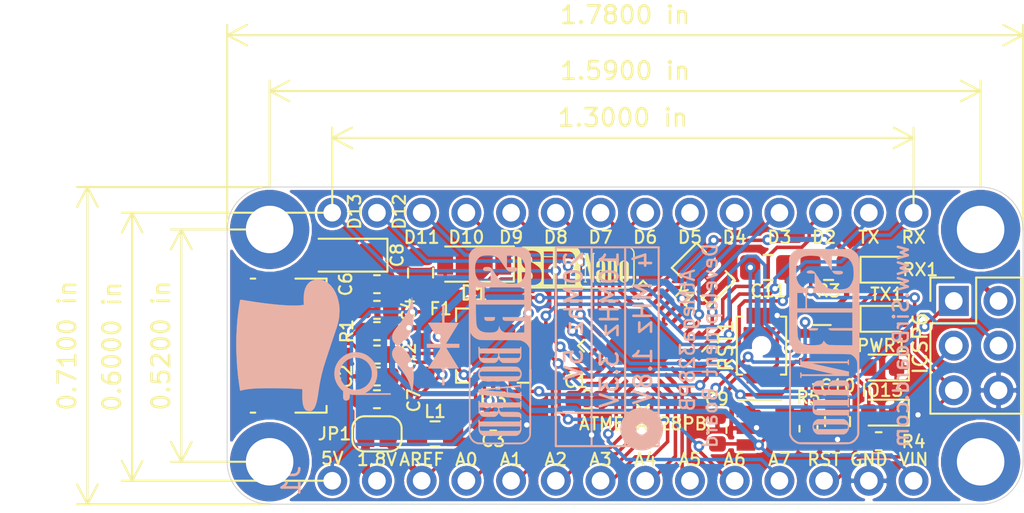
<source format=kicad_pcb>
(kicad_pcb (version 20171130) (host pcbnew "(5.1.2)-2")
  (layers (0 F.Cu signal hide) (31 B.Cu signal) (34 B.Paste user hide) (35 F.Paste user hide) (36 B.SilkS user hide) (37 F.SilkS user) (38 B.Mask user) (39 F.Mask user hide) (44 Edge.Cuts user))
  (net 0 "")
  (net 1 GND)
  (net 2 "Net-(J3-Pad4)")
  (net 3 "Net-(L1-Pad2)")
  (net 4 /X1)
  (net 5 /X2)
  (net 6 /IO13LED)
  (net 7 /D+)
  (net 8 /D-)
  (net 9 /uD+)
  (net 10 /uD-)
  (net 11 /PWRLED)
  (net 12 "Net-(C6-Pad1)")
  (net 13 "Net-(RN1-Pad8)")
  (net 14 "Net-(RN1-Pad7)")
  (net 15 TX_LED)
  (net 16 RX_LED)
  (net 17 "Net-(U1-Pad6)")
  (net 18 "Net-(U1-Pad3)")
  (net 19 "Net-(U3-Pad19)")
  (net 20 "Net-(U3-Pad16)")
  (net 21 "Net-(U3-Pad15)")
  (net 22 "Net-(U3-Pad6)")
  (net 23 "Net-(U3-Pad5)")
  (net 24 "Net-(U3-Pad4)")
  (net 25 "Net-(U3-Pad2)")
  (net 26 A0)
  (net 27 A1)
  (net 28 A2)
  (net 29 A3)
  (net 30 A4)
  (net 31 A5)
  (net 32 A6)
  (net 33 A7)
  (net 34 5V)
  (net 35 RESET)
  (net 36 VIN)
  (net 37 /D7)
  (net 38 /D6)
  (net 39 /D5)
  (net 40 /D4)
  (net 41 /D3)
  (net 42 /D2)
  (net 43 /TX)
  (net 44 /RX)
  (net 45 "Net-(C11-Pad2)")
  (net 46 D11)
  (net 47 D13)
  (net 48 D12)
  (net 49 /D10)
  (net 50 /D9)
  (net 51 /D8)
  (net 52 "Net-(R4-Pad1)")
  (net 53 /AREF)
  (net 54 3V3)
  (net 55 1V8)
  (module Connector_PinHeader_2.54mm:PinHeader_1x14_P2.54mm_Vertical (layer B.Cu) (at 112.776 47.5615 270)
    (fp_text reference J2 hide)
    (fp_text value Conn_01x14)
    (pad 1 thru_hole circle (at 0 0 270) (size 1.7 1.7) (drill 1) (layers *.Cu *.Mask) (net 47 D13))
    (pad 2 thru_hole oval (at 0 -2.54 270) (size 1.7 1.7) (drill 1) (layers *.Cu *.Mask) (net 48 D12))
    (pad 3 thru_hole oval (at 0 -5.08 270) (size 1.7 1.7) (drill 1) (layers *.Cu *.Mask) (net 46 D11))
    (pad 4 thru_hole oval (at 0 -7.62 270) (size 1.7 1.7) (drill 1) (layers *.Cu *.Mask) (net 49 /D10))
    (pad 5 thru_hole oval (at 0 -10.16 270) (size 1.7 1.7) (drill 1) (layers *.Cu *.Mask) (net 50 /D9))
    (pad 6 thru_hole oval (at 0 -12.7 270) (size 1.7 1.7) (drill 1) (layers *.Cu *.Mask) (net 51 /D8))
    (pad 7 thru_hole oval (at 0 -15.24 270) (size 1.7 1.7) (drill 1) (layers *.Cu *.Mask) (net 37 /D7))
    (pad 8 thru_hole oval (at 0 -17.78 270) (size 1.7 1.7) (drill 1) (layers *.Cu *.Mask) (net 38 /D6))
    (pad 9 thru_hole oval (at 0 -20.32 270) (size 1.7 1.7) (drill 1) (layers *.Cu *.Mask) (net 39 /D5))
    (pad 10 thru_hole oval (at 0 -22.86 270) (size 1.7 1.7) (drill 1) (layers *.Cu *.Mask) (net 40 /D4))
    (pad 11 thru_hole oval (at 0 -25.4 270) (size 1.7 1.7) (drill 1) (layers *.Cu *.Mask) (net 41 /D3))
    (pad 12 thru_hole oval (at 0 -27.94 270) (size 1.7 1.7) (drill 1) (layers *.Cu *.Mask) (net 42 /D2))
    (pad 13 thru_hole oval (at 0 -30.48 270) (size 1.7 1.7) (drill 1) (layers *.Cu *.Mask) (net 43 /TX))
    (pad 14 thru_hole oval (at 0 -33.02 270) (size 1.7 1.7) (drill 1) (layers *.Cu *.Mask) (net 44 /RX))
  )
  (module Connector_PinHeader_2.54mm:PinHeader_1x14_P2.54mm_Vertical (layer B.Cu) (at 112.776 62.8015 270)
    (fp_text reference J1 (at 0 2.33 270) (layer B.SilkS) (effects (justify mirror)))
    (fp_text value Conn_01x14)
    (pad 14 thru_hole oval (at 0 -33.02 270) (size 1.7 1.7) (drill 1) (layers *.Cu *.Mask) (net 36 VIN))
    (pad 13 thru_hole oval (at 0 -30.48 270) (size 1.7 1.7) (drill 1) (layers *.Cu *.Mask) (net 1 GND))
    (pad 12 thru_hole oval (at 0 -27.94 270) (size 1.7 1.7) (drill 1) (layers *.Cu *.Mask) (net 35 RESET))
    (pad 11 thru_hole oval (at 0 -25.4 270) (size 1.7 1.7) (drill 1) (layers *.Cu *.Mask) (net 33 A7))
    (pad 10 thru_hole oval (at 0 -22.86 270) (size 1.7 1.7) (drill 1) (layers *.Cu *.Mask) (net 32 A6))
    (pad 9 thru_hole oval (at 0 -20.32 270) (size 1.7 1.7) (drill 1) (layers *.Cu *.Mask) (net 31 A5))
    (pad 8 thru_hole oval (at 0 -17.78 270) (size 1.7 1.7) (drill 1) (layers *.Cu *.Mask) (net 30 A4))
    (pad 7 thru_hole oval (at 0 -15.24 270) (size 1.7 1.7) (drill 1) (layers *.Cu *.Mask) (net 29 A3))
    (pad 6 thru_hole oval (at 0 -12.7 270) (size 1.7 1.7) (drill 1) (layers *.Cu *.Mask) (net 28 A2))
    (pad 5 thru_hole oval (at 0 -10.16 270) (size 1.7 1.7) (drill 1) (layers *.Cu *.Mask) (net 27 A1))
    (pad 4 thru_hole oval (at 0 -7.62 270) (size 1.7 1.7) (drill 1) (layers *.Cu *.Mask) (net 26 A0))
    (pad 3 thru_hole oval (at 0 -5.08 270) (size 1.7 1.7) (drill 1) (layers *.Cu *.Mask) (net 53 /AREF))
    (pad 2 thru_hole oval (at 0 -2.54 270) (size 1.7 1.7) (drill 1) (layers *.Cu *.Mask) (net 55 1V8))
    (pad 1 thru_hole circle (at 0 0 270) (size 1.7 1.7) (drill 1) (layers *.Cu *.Mask) (net 34 5V))
  )
  (module Jumper:SolderJumper-2_P1.3mm_Bridged_RoundedPad1.0x1.5mm (layer F.Cu) (at 115.316 60.1345 180)
    (fp_text reference JP1 (at 2.413 0) (layer F.SilkS) (effects (font (size 0.7 0.7) (thickness 0.12))))
    (fp_text value SolderJumper_2_Bridged)
    (fp_poly (pts (xy 0.25 -0.127) (xy -0.25 -0.127) (xy -0.25 0.127) (xy 0.25 0.127)) (layer F.Cu) (width 0))
    (pad 2 smd custom (at 0.65 0 180) (size 1 0.5) (layers F.Cu F.Mask) (net 55 1V8) (options (clearance outline) (anchor rect)) (primitives (gr_circle (center 0 0.25) (end 0.5 0.25) (width 0)) (gr_circle (center 0 -0.25) (end 0.5 -0.25) (width 0)) (gr_poly (pts (xy 0 -0.75) (xy -0.5 -0.75) (xy -0.5 0.75) (xy 0 0.75)) (width 0))))
    (pad 1 smd custom (at -0.65 0 180) (size 1 0.5) (layers F.Cu F.Mask) (net 53 /AREF) (options (clearance outline) (anchor rect)) (primitives (gr_circle (center 0 0.25) (end 0.5 0.25) (width 0)) (gr_circle (center 0 -0.25) (end 0.5 -0.25) (width 0)) (gr_poly (pts (xy 0 -0.75) (xy 0.5 -0.75) (xy 0.5 0.75) (xy 0 0.75)) (width 0))))
  )
  (module Diode_SMD:D_SOD-123 (layer F.Cu) (at 120.8405 50.4825 180)
    (fp_text reference D1 (at 0 -1.651) (layer F.SilkS) (effects (font (size 0.8 0.8) (thickness 0.13))))
    (fp_text value D_Schottky)
    (pad 2 smd rect (at 1.65 0 180) (size 0.9 1.2) (layers F.Cu F.Paste F.Mask) (net 34 5V))
    (pad 1 smd rect (at -1.65 0 180) (size 0.9 1.2) (layers F.Cu F.Paste F.Mask) (net 36 VIN))
  )
  (module Capacitor_SMD:C_0603_1608Metric (layer F.Cu) (at 121.92 59.436)
    (fp_text reference C3 (at 0 1.0795) (layer F.SilkS) (effects (font (size 0.7 0.7) (thickness 0.12))))
    (fp_text value 100nF)
    (pad 2 smd roundrect (at 0.7875 0) (size 0.875 0.95) (layers F.Cu F.Paste F.Mask) (net 1 GND))
    (pad 1 smd roundrect (at -0.7875 0) (size 0.875 0.95) (layers F.Cu F.Paste F.Mask) (net 54 3V3))
  )
  (module logo:SirNano67x24 (layer F.Cu) (at 126.619 50.673)
    (fp_text reference G*** hide)
    (fp_text value LOGO hide)
  )
  (module logo:SirNano118x40 (layer B.Cu) (at 140.716 55.1688 270)
    (fp_text reference G*** hide)
    (fp_text value LOGO hide)
  )
  (module logo:SirBoard112x35 (layer B.Cu) (at 122.301 55.118 270)
    (fp_text reference G*** hide)
    (fp_text value LOGO hide)
  )
  (module logo:logo126x178 (layer B.Cu) (at 113.665 55.118 270)
    (fp_text reference G*** hide)
    (fp_text value LOGO hide)
  )
  (module MountingHole:MountingHole_2.7mm_M2.5_ISO7380_Pad (layer F.Cu) (at 109.22 61.722)
    (fp_text reference REF** hide)
    (fp_text value MountingHole_2.7mm_M2.5_ISO7380_Pad)
    (pad 1 thru_hole circle (at 0 0) (size 4.5 4.5) (drill 2.7) (layers *.Cu *.Mask))
  )
  (module MountingHole:MountingHole_2.7mm_M2.5_ISO7380_Pad (layer F.Cu) (at 109.22 48.514)
    (fp_text reference REF** hide)
    (fp_text value MountingHole_2.7mm_M2.5_ISO7380_Pad)
    (pad 1 thru_hole circle (at 0 0) (size 4.5 4.5) (drill 2.7) (layers *.Cu *.Mask))
  )
  (module MountingHole:MountingHole_2.7mm_M2.5_ISO7380_Pad (layer F.Cu) (at 149.606 48.514)
    (fp_text reference REF** hide)
    (fp_text value MountingHole_2.7mm_M2.5_ISO7380_Pad)
    (pad 1 thru_hole circle (at 0 0) (size 4.5 4.5) (drill 2.7) (layers *.Cu *.Mask))
  )
  (module MountingHole:MountingHole_2.7mm_M2.5_ISO7380_Pad (layer F.Cu) (at 149.606 61.722)
    (fp_text reference REF** hide)
    (fp_text value MountingHole_2.7mm_M2.5_ISO7380_Pad)
    (pad 1 thru_hole circle (at 0 0) (size 4.5 4.5) (drill 2.7) (layers *.Cu *.Mask))
  )
  (module Package_TO_SOT_SMD:SOT-23-5 (layer F.Cu) (at 137.3759 59.817)
    (fp_text reference U2 hide)
    (fp_text value AP2210K-ADJ)
    (pad 1 smd rect (at -1.1 -0.95) (size 1.06 0.65) (layers F.Cu F.Paste F.Mask) (net 36 VIN))
    (pad 2 smd rect (at -1.1 0) (size 1.06 0.65) (layers F.Cu F.Paste F.Mask) (net 1 GND))
    (pad 3 smd rect (at -1.1 0.95) (size 1.06 0.65) (layers F.Cu F.Paste F.Mask) (net 36 VIN))
    (pad 4 smd rect (at 1.1 0.95) (size 1.06 0.65) (layers F.Cu F.Paste F.Mask) (net 52 "Net-(R4-Pad1)"))
    (pad 5 smd rect (at 1.1 -0.95) (size 1.06 0.65) (layers F.Cu F.Paste F.Mask) (net 55 1V8))
  )
  (module Crystal:Resonator_SMD_muRata_CSTxExxV-3Pin_3.0x1.1mm (layer F.Cu) (at 133.858 51.054 315)
    (fp_text reference Y1 (at 0.111355 1.641591 315) (layer F.SilkS) (effects (font (size 0.7 0.7) (thickness 0.12))))
    (fp_text value 4MHz)
    (pad 1 smd rect (at -1.2 0 315) (size 0.4 1.9) (layers F.Cu F.Paste F.Mask) (net 5 /X2))
    (pad 2 smd rect (at 0 0 315) (size 0.4 1.9) (layers F.Cu F.Paste F.Mask) (net 1 GND))
    (pad 3 smd rect (at 1.2 0 315) (size 0.4 1.9) (layers F.Cu F.Paste F.Mask) (net 4 /X1))
  )
  (module Package_DFN_QFN:QFN-32-1EP_5x5mm_P0.5mm_EP3.1x3.1mm (layer F.Cu) (at 130.429 55.118 225)
    (fp_text reference U1 hide)
    (fp_text value ATmega328PB-MU)
    (pad 32 smd roundrect (at -1.75 -2.4375 225) (size 0.25 0.875) (layers F.Cu F.Paste F.Mask) (net 42 /D2))
    (pad 31 smd roundrect (at -1.25 -2.4375 225) (size 0.25 0.875) (layers F.Cu F.Paste F.Mask) (net 43 /TX))
    (pad 30 smd roundrect (at -0.75 -2.4375 225) (size 0.25 0.875) (layers F.Cu F.Paste F.Mask) (net 44 /RX))
    (pad 29 smd roundrect (at -0.25 -2.4375 225) (size 0.25 0.875) (layers F.Cu F.Paste F.Mask) (net 35 RESET))
    (pad 28 smd roundrect (at 0.25 -2.4375 225) (size 0.25 0.875) (layers F.Cu F.Paste F.Mask) (net 31 A5))
    (pad 27 smd roundrect (at 0.75 -2.4375 225) (size 0.25 0.875) (layers F.Cu F.Paste F.Mask) (net 30 A4))
    (pad 26 smd roundrect (at 1.25 -2.4375 225) (size 0.25 0.875) (layers F.Cu F.Paste F.Mask) (net 29 A3))
    (pad 25 smd roundrect (at 1.75 -2.4375 225) (size 0.25 0.875) (layers F.Cu F.Paste F.Mask) (net 28 A2))
    (pad 24 smd roundrect (at 2.4375 -1.75 225) (size 0.875 0.25) (layers F.Cu F.Paste F.Mask) (net 27 A1))
    (pad 23 smd roundrect (at 2.4375 -1.25 225) (size 0.875 0.25) (layers F.Cu F.Paste F.Mask) (net 26 A0))
    (pad 22 smd roundrect (at 2.4375 -0.75 225) (size 0.875 0.25) (layers F.Cu F.Paste F.Mask) (net 33 A7))
    (pad 21 smd roundrect (at 2.4375 -0.25 225) (size 0.875 0.25) (layers F.Cu F.Paste F.Mask) (net 1 GND))
    (pad 20 smd roundrect (at 2.4375 0.25 225) (size 0.875 0.25) (layers F.Cu F.Paste F.Mask) (net 53 /AREF))
    (pad 19 smd roundrect (at 2.4375 0.75 225) (size 0.875 0.25) (layers F.Cu F.Paste F.Mask) (net 32 A6))
    (pad 18 smd roundrect (at 2.4375 1.25 225) (size 0.875 0.25) (layers F.Cu F.Paste F.Mask) (net 3 "Net-(L1-Pad2)"))
    (pad 17 smd roundrect (at 2.4375 1.75 225) (size 0.875 0.25) (layers F.Cu F.Paste F.Mask) (net 47 D13))
    (pad 16 smd roundrect (at 1.75 2.4375 225) (size 0.25 0.875) (layers F.Cu F.Paste F.Mask) (net 48 D12))
    (pad 15 smd roundrect (at 1.25 2.4375 225) (size 0.25 0.875) (layers F.Cu F.Paste F.Mask) (net 46 D11))
    (pad 14 smd roundrect (at 0.75 2.4375 225) (size 0.25 0.875) (layers F.Cu F.Paste F.Mask) (net 49 /D10))
    (pad 13 smd roundrect (at 0.25 2.4375 225) (size 0.25 0.875) (layers F.Cu F.Paste F.Mask) (net 50 /D9))
    (pad 12 smd roundrect (at -0.25 2.4375 225) (size 0.25 0.875) (layers F.Cu F.Paste F.Mask) (net 51 /D8))
    (pad 11 smd roundrect (at -0.75 2.4375 225) (size 0.25 0.875) (layers F.Cu F.Paste F.Mask) (net 37 /D7))
    (pad 10 smd roundrect (at -1.25 2.4375 225) (size 0.25 0.875) (layers F.Cu F.Paste F.Mask) (net 38 /D6))
    (pad 9 smd roundrect (at -1.75 2.4375 225) (size 0.25 0.875) (layers F.Cu F.Paste F.Mask) (net 39 /D5))
    (pad 8 smd roundrect (at -2.4375 1.75 225) (size 0.875 0.25) (layers F.Cu F.Paste F.Mask) (net 5 /X2))
    (pad 7 smd roundrect (at -2.4375 1.25 225) (size 0.875 0.25) (layers F.Cu F.Paste F.Mask) (net 4 /X1))
    (pad 6 smd roundrect (at -2.4375 0.75 225) (size 0.875 0.25) (layers F.Cu F.Paste F.Mask) (net 17 "Net-(U1-Pad6)"))
    (pad 5 smd roundrect (at -2.4375 0.25 225) (size 0.875 0.25) (layers F.Cu F.Paste F.Mask) (net 1 GND))
    (pad 4 smd roundrect (at -2.4375 -0.25 225) (size 0.875 0.25) (layers F.Cu F.Paste F.Mask) (net 55 1V8))
    (pad 3 smd roundrect (at -2.4375 -0.75 225) (size 0.875 0.25) (layers F.Cu F.Paste F.Mask) (net 18 "Net-(U1-Pad3)"))
    (pad 2 smd roundrect (at -2.4375 -1.25 225) (size 0.875 0.25) (layers F.Cu F.Paste F.Mask) (net 40 /D4))
    (pad 1 smd roundrect (at -2.4375 -1.75 225) (size 0.875 0.25) (layers F.Cu F.Paste F.Mask) (net 41 /D3))
    (pad 33 smd roundrect (at 0 0 225) (size 3.1 3.1) (layers F.Cu F.Mask) (roundrect_rratio 0.081) (net 1 GND))
  )
  (module Capacitor_SMD:C_0603_1608Metric (layer F.Cu) (at 127.254 58.166)
    (fp_text reference C1 (at -0.635 -1.016) (layer F.SilkS) (effects (font (size 0.7 0.7) (thickness 0.12))))
    (fp_text value 100nF)
    (pad 2 smd roundrect (at 0.7875 0) (size 0.875 0.95) (layers F.Cu F.Paste F.Mask) (net 1 GND))
    (pad 1 smd roundrect (at -0.7875 0) (size 0.875 0.95) (layers F.Cu F.Paste F.Mask) (net 53 /AREF))
  )
  (module Resistor_SMD:R_0603_1608Metric (layer F.Cu) (at 143.8148 60.5536)
    (fp_text reference R4 (at 1.9812 0.0254) (layer F.SilkS) (effects (font (size 0.7 0.7) (thickness 0.12))))
    (fp_text value 100k)
    (pad 1 smd roundrect (at -0.7875 0) (size 0.875 0.95) (layers F.Cu F.Paste F.Mask) (net 52 "Net-(R4-Pad1)"))
    (pad 2 smd roundrect (at 0.7875 0) (size 0.875 0.95) (layers F.Cu F.Paste F.Mask) (net 1 GND))
  )
  (module Resistor_SMD:R_0603_1608Metric (layer F.Cu) (at 139.827 59.8424 90)
    (fp_text reference R5 (at 1.778 0) (layer F.SilkS) (effects (font (size 0.7 0.7) (thickness 0.12))))
    (fp_text value 220k)
    (pad 1 smd roundrect (at -0.7875 0 90) (size 0.875 0.95) (layers F.Cu F.Paste F.Mask) (net 52 "Net-(R4-Pad1)"))
    (pad 2 smd roundrect (at 0.7875 0 90) (size 0.875 0.95) (layers F.Cu F.Paste F.Mask) (net 55 1V8))
  )
  (module LED_SMD:LED_0603_1608Metric (layer F.Cu) (at 144.272 53.594)
    (fp_text reference TX1 (at 0 -1.397 180) (layer F.SilkS) (effects (font (size 0.7 0.7) (thickness 0.12))))
    (fp_text value LED)
    (pad 2 smd roundrect (at 0.7875 0) (size 0.875 0.95) (layers F.Cu F.Paste F.Mask) (net 55 1V8))
    (pad 1 smd roundrect (at -0.7875 0) (size 0.875 0.95) (layers F.Cu F.Paste F.Mask) (net 14 "Net-(RN1-Pad7)"))
  )
  (module LED_SMD:LED_0603_1608Metric (layer F.Cu) (at 144.272 50.8)
    (fp_text reference RX1 (at 1.905 0 180) (layer F.SilkS) (effects (font (size 0.7 0.7) (thickness 0.12))))
    (fp_text value LED)
    (pad 2 smd roundrect (at 0.7875 0) (size 0.875 0.95) (layers F.Cu F.Paste F.Mask) (net 55 1V8))
    (pad 1 smd roundrect (at -0.7875 0) (size 0.875 0.95) (layers F.Cu F.Paste F.Mask) (net 13 "Net-(RN1-Pad8)"))
  )
  (module Button_Switch_SMD:SW_SPST_B3U-1000P-B (layer F.Cu) (at 137.16 55.118 90)
    (fp_text reference RST1 (at 0 -2.032 90) (layer F.SilkS) (effects (font (size 0.8 0.8) (thickness 0.13))))
    (fp_text value SW_Push)
    (pad 1 smd rect (at -1.7 0 90) (size 0.9 1.7) (layers F.Cu F.Paste F.Mask) (net 35 RESET))
    (pad 2 smd rect (at 1.7 0 90) (size 0.9 1.7) (layers F.Cu F.Paste F.Mask) (net 1 GND))
    (pad "" np_thru_hole circle (at 0 0 90) (size 0.8 0.8) (drill 0.8) (layers *.Cu *.Mask))
  )
  (module Resistor_SMD:R_Array_Convex_4x0603 (layer F.Cu) (at 140.589 55.626)
    (fp_text reference RN1 hide)
    (fp_text value 1k)
    (pad 5 smd rect (at 0.9 1.2) (size 0.8 0.5) (layers F.Cu F.Paste F.Mask) (net 6 /IO13LED))
    (pad 6 smd rect (at 0.9 0.4) (size 0.8 0.4) (layers F.Cu F.Paste F.Mask) (net 11 /PWRLED))
    (pad 8 smd rect (at 0.9 -1.2) (size 0.8 0.5) (layers F.Cu F.Paste F.Mask) (net 13 "Net-(RN1-Pad8)"))
    (pad 7 smd rect (at 0.9 -0.4) (size 0.8 0.4) (layers F.Cu F.Paste F.Mask) (net 14 "Net-(RN1-Pad7)"))
    (pad 4 smd rect (at -0.9 1.2) (size 0.8 0.5) (layers F.Cu F.Paste F.Mask) (net 55 1V8))
    (pad 2 smd rect (at -0.9 -0.4) (size 0.8 0.4) (layers F.Cu F.Paste F.Mask) (net 15 TX_LED))
    (pad 3 smd rect (at -0.9 0.4) (size 0.8 0.4) (layers F.Cu F.Paste F.Mask) (net 47 D13))
    (pad 1 smd rect (at -0.9 -1.2) (size 0.8 0.5) (layers F.Cu F.Paste F.Mask) (net 16 RX_LED))
  )
  (module Resistor_SMD:R_0805_2012Metric_Pad1.15x1.40mm_HandSolder (layer F.Cu) (at 140.97 50.673 180)
    (fp_text reference R3 (at 0 -1.3335) (layer F.SilkS) (effects (font (size 0.7 0.7) (thickness 0.12))))
    (fp_text value 10k)
    (pad 2 smd roundrect (at 1.025 0 180) (size 1.15 1.4) (layers F.Cu F.Paste F.Mask) (roundrect_rratio 0.217391) (net 35 RESET))
    (pad 1 smd roundrect (at -1.025 0 180) (size 1.15 1.4) (layers F.Cu F.Paste F.Mask) (roundrect_rratio 0.217391) (net 55 1V8))
  )
  (module Resistor_SMD:R_0603_1608Metric (layer F.Cu) (at 115.316 55.626)
    (fp_text reference R2 (at 1.8415 0 90) (layer F.SilkS) (effects (font (size 0.7 0.7) (thickness 0.12))))
    (fp_text value 27e)
    (pad 2 smd roundrect (at 0.7875 0) (size 0.875 0.95) (layers F.Cu F.Paste F.Mask) (net 9 /uD+))
    (pad 1 smd roundrect (at -0.7875 0) (size 0.875 0.95) (layers F.Cu F.Paste F.Mask) (net 7 /D+))
  )
  (module Resistor_SMD:R_0603_1608Metric (layer F.Cu) (at 115.316 54.2925)
    (fp_text reference R1 (at -1.7145 0 90) (layer F.SilkS) (effects (font (size 0.7 0.7) (thickness 0.12))))
    (fp_text value 27e)
    (pad 2 smd roundrect (at 0.7875 0) (size 0.875 0.95) (layers F.Cu F.Paste F.Mask) (net 10 /uD-))
    (pad 1 smd roundrect (at -0.7875 0) (size 0.875 0.95) (layers F.Cu F.Paste F.Mask) (net 8 /D-))
  )
  (module LED_SMD:LED_0603_1608Metric (layer F.Cu) (at 144.0434 56.3626 180)
    (fp_text reference PWR1 (at 0.0254 1.2446) (layer F.SilkS) (effects (font (size 0.7 0.7) (thickness 0.12))))
    (fp_text value LED)
    (pad 2 smd roundrect (at 0.7875 0 180) (size 0.875 0.95) (layers F.Cu F.Paste F.Mask) (net 11 /PWRLED))
    (pad 1 smd roundrect (at -0.7875 0 180) (size 0.875 0.95) (layers F.Cu F.Paste F.Mask) (net 1 GND))
  )
  (module Inductor_SMD:L_0805_2012Metric_Pad1.15x1.40mm_HandSolder (layer F.Cu) (at 118.618 60.1345)
    (fp_text reference L1 (at 0 -1.27 180) (layer F.SilkS) (effects (font (size 0.7 0.7) (thickness 0.12))))
    (fp_text value 10uH)
    (pad 2 smd roundrect (at 1.025 0) (size 1.15 1.4) (layers F.Cu F.Paste F.Mask) (roundrect_rratio 0.217391) (net 3 "Net-(L1-Pad2)"))
    (pad 1 smd roundrect (at -1.025 0) (size 1.15 1.4) (layers F.Cu F.Paste F.Mask) (roundrect_rratio 0.217391) (net 55 1V8))
  )
  (module LED_SMD:LED_0603_1608Metric (layer F.Cu) (at 144.0434 58.928 180)
    (fp_text reference IO13 (at 0.0254 1.27 180) (layer F.SilkS) (effects (font (size 0.7 0.7) (thickness 0.12))))
    (fp_text value LED)
    (pad 1 smd roundrect (at -0.7875 0 180) (size 0.875 0.95) (layers F.Cu F.Paste F.Mask) (net 1 GND))
    (pad 2 smd roundrect (at 0.7875 0 180) (size 0.875 0.95) (layers F.Cu F.Paste F.Mask) (net 6 /IO13LED))
  )
  (module Resistor_SMD:R_0805_2012Metric (layer F.Cu) (at 117.7925 50.9905 270)
    (fp_text reference F1 (at 2.032 -1.143) (layer F.SilkS) (effects (font (size 0.7 0.7) (thickness 0.12))))
    (fp_text value 500mA)
    (pad 1 smd roundrect (at -0.9375 0 270) (size 0.975 1.4) (layers F.Cu F.Paste F.Mask) (net 34 5V))
    (pad 2 smd roundrect (at 0.9375 0 270) (size 0.975 1.4) (layers F.Cu F.Paste F.Mask) (net 12 "Net-(C6-Pad1)"))
  )
  (module Capacitor_SMD:C_0805_2012Metric_Pad1.15x1.40mm_HandSolder (layer F.Cu) (at 137.541 50.673 180)
    (fp_text reference C11 (at 0 -1.3335) (layer F.SilkS) (effects (font (size 0.7 0.7) (thickness 0.12))))
    (fp_text value 100nF)
    (pad 2 smd roundrect (at 1.025 0 180) (size 1.15 1.4) (layers F.Cu F.Paste F.Mask) (roundrect_rratio 0.217391) (net 45 "Net-(C11-Pad2)"))
    (pad 1 smd roundrect (at -1.025 0 180) (size 1.15 1.4) (layers F.Cu F.Paste F.Mask) (roundrect_rratio 0.217391) (net 35 RESET))
  )
  (module Capacitor_SMD:C_0805_2012Metric_Pad1.15x1.40mm_HandSolder (layer F.Cu) (at 141.478 59.436 270)
    (fp_text reference C10 (at -2.032 0 180) (layer F.SilkS) (effects (font (size 0.7 0.7) (thickness 0.12))))
    (fp_text value 2.2uF)
    (pad 2 smd roundrect (at 1.025 0 270) (size 1.15 1.4) (layers F.Cu F.Paste F.Mask) (roundrect_rratio 0.217391) (net 1 GND))
    (pad 1 smd roundrect (at -1.025 0 270) (size 1.15 1.4) (layers F.Cu F.Paste F.Mask) (roundrect_rratio 0.217391) (net 55 1V8))
  )
  (module Capacitor_SMD:C_0603_1608Metric (layer F.Cu) (at 134.6581 59.9186 90)
    (fp_text reference C9 (at 1.7526 -0.0381 180) (layer F.SilkS) (effects (font (size 0.7 0.7) (thickness 0.12))))
    (fp_text value 1uF)
    (pad 1 smd roundrect (at -0.7875 0 90) (size 0.875 0.95) (layers F.Cu F.Paste F.Mask) (net 36 VIN))
    (pad 2 smd roundrect (at 0.7875 0 90) (size 0.875 0.95) (layers F.Cu F.Paste F.Mask) (net 1 GND))
  )
  (module Capacitor_Tantalum_SMD:CP_EIA-3216-12_Kemet-S (layer F.Cu) (at 113.6015 49.9745 180)
    (fp_text reference C8 (at -2.8575 0 90) (layer F.SilkS) (effects (font (size 0.7 0.7) (thickness 0.12))))
    (fp_text value 22uF)
    (pad 2 smd roundrect (at 1.35 0 180) (size 1.4 1.35) (layers F.Cu F.Paste F.Mask) (roundrect_rratio 0.185185) (net 1 GND))
    (pad 1 smd roundrect (at -1.35 0 180) (size 1.4 1.35) (layers F.Cu F.Paste F.Mask) (roundrect_rratio 0.185185) (net 12 "Net-(C6-Pad1)"))
  )
  (module Capacitor_SMD:C_0603_1608Metric_Pad1.05x0.95mm_HandSolder (layer F.Cu) (at 115.316 58.166)
    (fp_text reference C7 (at 2.0955 0.0635 90) (layer F.SilkS) (effects (font (size 0.7 0.7) (thickness 0.12))))
    (fp_text value 1uF)
    (pad 1 smd roundrect (at -0.875 0) (size 1.05 0.95) (layers F.Cu F.Paste F.Mask) (net 55 1V8))
    (pad 2 smd roundrect (at 0.875 0) (size 1.05 0.95) (layers F.Cu F.Paste F.Mask) (net 1 GND))
  )
  (module Capacitor_SMD:C_0603_1608Metric (layer F.Cu) (at 115.316 51.6255 180)
    (fp_text reference C6 (at 1.778 0 90) (layer F.SilkS) (effects (font (size 0.7 0.7) (thickness 0.12))))
    (fp_text value 10nF)
    (pad 2 smd roundrect (at 0.7875 0 180) (size 0.875 0.95) (layers F.Cu F.Paste F.Mask) (net 1 GND))
    (pad 1 smd roundrect (at -0.7875 0 180) (size 0.875 0.95) (layers F.Cu F.Paste F.Mask) (net 12 "Net-(C6-Pad1)"))
  )
  (module Capacitor_SMD:C_0603_1608Metric (layer F.Cu) (at 115.316 53.086 180)
    (fp_text reference C4 (at -1.778 0 90) (layer F.SilkS) (effects (font (size 0.7 0.7) (thickness 0.12))))
    (fp_text value 47pF)
    (pad 2 smd roundrect (at 0.7875 0 180) (size 0.875 0.95) (layers F.Cu F.Paste F.Mask) (net 1 GND))
    (pad 1 smd roundrect (at -0.7875 0 180) (size 0.875 0.95) (layers F.Cu F.Paste F.Mask) (net 10 /uD-))
  )
  (module Capacitor_SMD:C_0603_1608Metric (layer F.Cu) (at 115.316 56.8706 180)
    (fp_text reference C2 (at 1.778 0 90) (layer F.SilkS) (effects (font (size 0.7 0.7) (thickness 0.12))))
    (fp_text value 47pF)
    (pad 2 smd roundrect (at 0.7875 0 180) (size 0.875 0.95) (layers F.Cu F.Paste F.Mask) (net 1 GND))
    (pad 1 smd roundrect (at -0.7875 0 180) (size 0.875 0.95) (layers F.Cu F.Paste F.Mask) (net 9 /uD+))
  )
  (module Connector_PinHeader_2.54mm:PinHeader_2x03_P2.54mm_Vertical (layer F.Cu) (at 148.082 52.578)
    (fp_text reference ICSP6 (at -1.905 2.413 90) (layer F.SilkS) (effects (font (size 0.8 0.8) (thickness 0.13))))
    (fp_text value Conn_02x03_Odd_Even)
    (pad 6 thru_hole oval (at 2.54 5.08) (size 1.7 1.7) (drill 1) (layers *.Cu *.Mask) (net 1 GND))
    (pad 5 thru_hole oval (at 0 5.08) (size 1.7 1.7) (drill 1) (layers *.Cu *.Mask) (net 35 RESET))
    (pad 4 thru_hole oval (at 2.54 2.54) (size 1.7 1.7) (drill 1) (layers *.Cu *.Mask) (net 46 D11))
    (pad 3 thru_hole oval (at 0 2.54) (size 1.7 1.7) (drill 1) (layers *.Cu *.Mask) (net 47 D13))
    (pad 2 thru_hole oval (at 2.54 0) (size 1.7 1.7) (drill 1) (layers *.Cu *.Mask) (net 55 1V8))
    (pad 1 thru_hole rect (at 0 0) (size 1.7 1.7) (drill 1) (layers *.Cu *.Mask) (net 48 D12))
  )
  (module Package_DFN_QFN:QFN-20-1EP_4x4mm_P0.5mm_EP2.5x2.5mm (layer F.Cu) (at 121.92 55.118 270)
    (fp_text reference U3 (at 3.1115 0 180) (layer F.SilkS) (effects (font (size 0.8 0.8) (thickness 0.13))))
    (fp_text value FT231XQ)
    (pad 20 smd roundrect (at -1 -1.9375 270) (size 0.25 0.825) (layers F.Cu F.Paste F.Mask) (net 54 3V3))
    (pad 19 smd roundrect (at -0.5 -1.9375 270) (size 0.25 0.825) (layers F.Cu F.Paste F.Mask) (net 19 "Net-(U3-Pad19)"))
    (pad 18 smd roundrect (at 0 -1.9375 270) (size 0.25 0.825) (layers F.Cu F.Paste F.Mask) (net 45 "Net-(C11-Pad2)"))
    (pad 17 smd roundrect (at 0.5 -1.9375 270) (size 0.25 0.825) (layers F.Cu F.Paste F.Mask) (net 44 /RX))
    (pad 16 smd roundrect (at 1 -1.9375 270) (size 0.25 0.825) (layers F.Cu F.Paste F.Mask) (net 20 "Net-(U3-Pad16)"))
    (pad 15 smd roundrect (at 1.9375 -1 270) (size 0.825 0.25) (layers F.Cu F.Paste F.Mask) (net 21 "Net-(U3-Pad15)"))
    (pad 14 smd roundrect (at 1.9375 -0.5 270) (size 0.825 0.25) (layers F.Cu F.Paste F.Mask) (net 16 RX_LED))
    (pad 13 smd roundrect (at 1.9375 0 270) (size 0.825 0.25) (layers F.Cu F.Paste F.Mask) (net 1 GND))
    (pad 12 smd roundrect (at 1.9375 0.5 270) (size 0.825 0.25) (layers F.Cu F.Paste F.Mask) (net 34 5V))
    (pad 11 smd roundrect (at 1.9375 1 270) (size 0.825 0.25) (layers F.Cu F.Paste F.Mask) (net 54 3V3))
    (pad 10 smd roundrect (at 1 1.9375 270) (size 0.25 0.825) (layers F.Cu F.Paste F.Mask) (net 54 3V3))
    (pad 9 smd roundrect (at 0.5 1.9375 270) (size 0.25 0.825) (layers F.Cu F.Paste F.Mask) (net 10 /uD-))
    (pad 8 smd roundrect (at 0 1.9375 270) (size 0.25 0.825) (layers F.Cu F.Paste F.Mask) (net 9 /uD+))
    (pad 7 smd roundrect (at -0.5 1.9375 270) (size 0.25 0.825) (layers F.Cu F.Paste F.Mask) (net 15 TX_LED))
    (pad 6 smd roundrect (at -1 1.9375 270) (size 0.25 0.825) (layers F.Cu F.Paste F.Mask) (net 22 "Net-(U3-Pad6)"))
    (pad 5 smd roundrect (at -1.9375 1 270) (size 0.825 0.25) (layers F.Cu F.Paste F.Mask) (net 23 "Net-(U3-Pad5)"))
    (pad 4 smd roundrect (at -1.9375 0.5 270) (size 0.825 0.25) (layers F.Cu F.Paste F.Mask) (net 24 "Net-(U3-Pad4)"))
    (pad 3 smd roundrect (at -1.9375 0 270) (size 0.825 0.25) (layers F.Cu F.Paste F.Mask) (net 1 GND))
    (pad 2 smd roundrect (at -1.9375 -0.5 270) (size 0.825 0.25) (layers F.Cu F.Paste F.Mask) (net 25 "Net-(U3-Pad2)"))
    (pad 1 smd roundrect (at -1.9375 -1 270) (size 0.825 0.25) (layers F.Cu F.Paste F.Mask) (net 43 /TX))
    (pad 21 smd roundrect (at 0 0 270) (size 2.5 2.5) (layers F.Cu F.Mask) (roundrect_rratio 0.1) (net 1 GND))
  )
  (module Connector_USB:USB_Micro-B_Molex_47346-0001 (layer F.Cu) (at 110.744 55.118 270)
    (fp_text reference J3 hide)
    (fp_text value USB_B_Micro)
    (pad 1 smd rect (at -1.3 -1.46 270) (size 0.45 1.38) (layers F.Cu F.Paste F.Mask) (net 12 "Net-(C6-Pad1)"))
    (pad 2 smd rect (at -0.65 -1.46 270) (size 0.45 1.38) (layers F.Cu F.Paste F.Mask) (net 8 /D-))
    (pad 3 smd rect (at 0 -1.46 270) (size 0.45 1.38) (layers F.Cu F.Paste F.Mask) (net 7 /D+))
    (pad 4 smd rect (at 0.65 -1.46 270) (size 0.45 1.38) (layers F.Cu F.Paste F.Mask) (net 2 "Net-(J3-Pad4)"))
    (pad 5 smd rect (at 1.3 -1.46 270) (size 0.45 1.38) (layers F.Cu F.Paste F.Mask) (net 1 GND))
    (pad 6 smd rect (at -2.4625 -1.1 270) (size 1.475 2.1) (layers F.Cu F.Paste F.Mask) (net 1 GND))
    (pad 6 smd rect (at 2.4625 -1.1 270) (size 1.475 2.1) (layers F.Cu F.Paste F.Mask) (net 1 GND))
    (pad 6 smd rect (at -2.91 1.2 270) (size 2.375 1.9) (layers F.Cu F.Paste F.Mask) (net 1 GND))
    (pad 6 smd rect (at 2.91 1.2 270) (size 2.375 1.9) (layers F.Cu F.Paste F.Mask) (net 1 GND))
    (pad 6 smd rect (at -0.84 1.2 270) (size 1.175 1.9) (layers F.Cu F.Paste F.Mask) (net 1 GND))
    (pad 6 smd rect (at 0.84 1.2 270) (size 1.175 1.9) (layers F.Cu F.Paste F.Mask) (net 1 GND))
  )
  (gr_text 1.8V (at 115.316 61.595) (layer F.SilkS) (effects (font (size 0.7 0.7) (thickness 0.12))))
  (gr_text "AtMega328PB \nDevelopment Board" (at 133.604 55.118 90) (layer B.SilkS) (effects (font (size 0.8 0.8) (thickness 0.13)) (justify mirror)))
  (gr_circle (center 130.3528 59.86272) (end 130.6576 59.78652) (layer B.SilkS) (width 0.9))
  (gr_line (start 131.318 58.928) (end 125.476 58.928) (layer B.SilkS) (width 0.12))
  (gr_line (start 127.508 49.53) (end 127.508 60.833) (layer B.SilkS) (width 0.12))
  (gr_line (start 129.413 49.53) (end 129.413 60.833) (layer B.SilkS) (width 0.12))
  (gr_text "4 MHz 1.8V" (at 130.429 49.657 90) (layer B.SilkS) (effects (font (size 1 1)) (justify left mirror)))
  (gr_text "10MHz 3.3V" (at 128.524 49.657 90) (layer B.SilkS) (effects (font (size 1 1)) (justify left mirror)))
  (gr_text "20Mhz 5V" (at 126.492 49.657 90) (layer B.SilkS) (effects (font (size 1 1)) (justify left mirror)))
  (gr_line (start 125.476 60.833) (end 125.476 49.53) (layer B.SilkS) (width 0.12))
  (gr_line (start 131.318 60.833) (end 125.476 60.833) (layer B.SilkS) (width 0.12))
  (gr_line (start 131.318 49.53) (end 131.318 60.833) (layer B.SilkS) (width 0.12))
  (gr_line (start 125.476 49.53) (end 131.318 49.53) (layer B.SilkS) (width 0.12))
  (gr_text "www.SirBoard.com\n" (at 145.0848 55.1434 90) (layer B.SilkS) (effects (font (size 0.85 0.85) (thickness 0.14)) (justify mirror)))
  (gr_text ATMEGA328PB (at 130.429 59.563) (layer F.SilkS) (effects (font (size 0.7 0.7) (thickness 0.12))))
  (gr_text RST (at 140.716 61.595) (layer F.SilkS) (effects (font (size 0.7 0.7) (thickness 0.12))))
  (gr_text VIN (at 145.796 61.595) (layer F.SilkS) (effects (font (size 0.7 0.7) (thickness 0.12))))
  (gr_text GND (at 143.256 61.595) (layer F.SilkS) (effects (font (size 0.7 0.7) (thickness 0.12))))
  (gr_text A7 (at 138.176 61.595) (layer F.SilkS) (effects (font (size 0.7 0.7) (thickness 0.12))))
  (gr_text A6 (at 135.636 61.595) (layer F.SilkS) (effects (font (size 0.7 0.7) (thickness 0.12))))
  (gr_text A5 (at 133.096 61.595) (layer F.SilkS) (effects (font (size 0.7 0.7) (thickness 0.12))))
  (gr_text A4 (at 130.556 61.595) (layer F.SilkS) (effects (font (size 0.7 0.7) (thickness 0.12))))
  (gr_text A3 (at 128.016 61.595) (layer F.SilkS) (effects (font (size 0.7 0.7) (thickness 0.12))))
  (gr_text A2 (at 125.476 61.595) (layer F.SilkS) (effects (font (size 0.7 0.7) (thickness 0.12))))
  (gr_text A1 (at 122.936 61.595) (layer F.SilkS) (effects (font (size 0.7 0.7) (thickness 0.12))))
  (gr_text A0 (at 120.396 61.595) (layer F.SilkS) (effects (font (size 0.7 0.7) (thickness 0.12))))
  (gr_text AREF (at 117.856 61.595) (layer F.SilkS) (effects (font (size 0.7 0.7) (thickness 0.12))))
  (gr_text 5V (at 112.776 61.5315) (layer F.SilkS) (effects (font (size 0.7 0.7) (thickness 0.12))))
  (gr_text D5 (at 133.096 48.9585) (layer F.SilkS) (effects (font (size 0.7 0.7) (thickness 0.12))))
  (gr_text "RX\n" (at 145.796 48.9585) (layer F.SilkS) (effects (font (size 0.7 0.7) (thickness 0.12))))
  (gr_text TX (at 143.256 48.9585) (layer F.SilkS) (effects (font (size 0.7 0.7) (thickness 0.12))))
  (gr_text D2 (at 140.716 48.9585) (layer F.SilkS) (effects (font (size 0.7 0.7) (thickness 0.12))))
  (gr_text D3 (at 138.176 48.9585) (layer F.SilkS) (effects (font (size 0.7 0.7) (thickness 0.12))))
  (gr_text D4 (at 135.636 48.9585) (layer F.SilkS) (effects (font (size 0.7 0.7) (thickness 0.12))))
  (gr_text D6 (at 130.556 48.9585) (layer F.SilkS) (effects (font (size 0.7 0.7) (thickness 0.12))))
  (gr_text D8 (at 125.476 48.9585) (layer F.SilkS) (effects (font (size 0.7 0.7) (thickness 0.12))))
  (gr_text D7 (at 128.016 48.9585) (layer F.SilkS) (effects (font (size 0.7 0.7) (thickness 0.12))))
  (gr_text "D9\n" (at 122.936 48.9585) (layer F.SilkS) (effects (font (size 0.7 0.7) (thickness 0.12))))
  (gr_text D10 (at 120.396 48.9585) (layer F.SilkS) (effects (font (size 0.7 0.7) (thickness 0.12))))
  (gr_text "D11\n" (at 117.856 48.9585) (layer F.SilkS) (effects (font (size 0.7 0.7) (thickness 0.12))))
  (gr_text "D12\n" (at 116.586 47.498 90) (layer F.SilkS) (effects (font (size 0.7 0.7) (thickness 0.12))))
  (gr_text D13 (at 114.046 47.498 90) (layer F.SilkS) (effects (font (size 0.7 0.7) (thickness 0.12))))
  (dimension 18.034 (width 0.12) (layer F.SilkS) (gr_text "18.034 mm" (at 97.5995 55.118 270) (layer F.SilkS) (effects (font (size 1 1) (thickness 0.15)))) (feature1 (pts (xy 109.22 64.135) (xy 98.283079 64.135))) (feature2 (pts (xy 109.22 46.101) (xy 98.283079 46.101))) (crossbar (pts (xy 98.8695 46.101) (xy 98.8695 64.135))) (arrow1a (pts (xy 98.8695 64.135) (xy 98.283079 63.008496))) (arrow1b (pts (xy 98.8695 64.135) (xy 99.455921 63.008496))) (arrow2a (pts (xy 98.8695 46.101) (xy 98.283079 47.227504))) (arrow2b (pts (xy 98.8695 46.101) (xy 99.455921 47.227504))))
  (dimension 13.208 (width 0.12) (layer F.SilkS) (gr_text "13.208 mm" (at 102.9335 55.118 270) (layer F.SilkS) (effects (font (size 1 1) (thickness 0.15)) hide)) (feature1 (pts (xy 109.22 61.722) (xy 103.617079 61.722))) (feature2 (pts (xy 109.22 48.514) (xy 103.617079 48.514))) (crossbar (pts (xy 104.2035 48.514) (xy 104.2035 61.722))) (arrow1a (pts (xy 104.2035 61.722) (xy 103.617079 60.595496))) (arrow1b (pts (xy 104.2035 61.722) (xy 104.789921 60.595496))) (arrow2a (pts (xy 104.2035 48.514) (xy 103.617079 49.640504))) (arrow2b (pts (xy 104.2035 48.514) (xy 104.789921 49.640504))))
  (dimension 15.24 (width 0.12) (layer F.SilkS) (gr_text "15.240 mm" (at 100.1395 55.1815 270) (layer F.SilkS) (effects (font (size 1 1) (thickness 0.15)) hide)) (feature1 (pts (xy 112.776 62.8015) (xy 100.823079 62.8015))) (feature2 (pts (xy 112.776 47.5615) (xy 100.823079 47.5615))) (crossbar (pts (xy 101.4095 47.5615) (xy 101.4095 62.8015))) (arrow1a (pts (xy 101.4095 62.8015) (xy 100.823079 61.674996))) (arrow1b (pts (xy 101.4095 62.8015) (xy 101.995921 61.674996))) (arrow2a (pts (xy 101.4095 47.5615) (xy 100.823079 48.688004))) (arrow2b (pts (xy 101.4095 47.5615) (xy 101.995921 48.688004))))
  (dimension 45.212 (width 0.12) (layer F.SilkS) (gr_text "45.212 mm" (at 129.413 36.195) (layer F.SilkS) (effects (font (size 1 1) (thickness 0.15)) hide)) (feature1 (pts (xy 152.019 48.514) (xy 152.019 36.878579))) (feature2 (pts (xy 106.807 48.514) (xy 106.807 36.878579))) (crossbar (pts (xy 106.807 37.465) (xy 152.019 37.465))) (arrow1a (pts (xy 152.019 37.465) (xy 150.892496 38.051421))) (arrow1b (pts (xy 152.019 37.465) (xy 150.892496 36.878579))) (arrow2a (pts (xy 106.807 37.465) (xy 107.933504 38.051421))) (arrow2b (pts (xy 106.807 37.465) (xy 107.933504 36.878579))))
  (dimension 33.02 (width 0.12) (layer F.SilkS) (gr_text "33.020 mm" (at 129.286 42.037) (layer F.SilkS) (effects (font (size 1 1) (thickness 0.15)) hide)) (feature1 (pts (xy 112.776 47.498) (xy 112.776 42.720579))) (feature2 (pts (xy 145.796 47.498) (xy 145.796 42.720579))) (crossbar (pts (xy 145.796 43.307) (xy 112.776 43.307))) (arrow1a (pts (xy 112.776 43.307) (xy 113.902504 42.720579))) (arrow1b (pts (xy 112.776 43.307) (xy 113.902504 43.893421))) (arrow2a (pts (xy 145.796 43.307) (xy 144.669496 42.720579))) (arrow2b (pts (xy 145.796 43.307) (xy 144.669496 43.893421))))
  (dimension 40.386 (width 0.12) (layer F.SilkS) (gr_text "40.386 mm" (at 129.413 39.37) (layer F.SilkS) (effects (font (size 1 1) (thickness 0.15)) hide)) (feature1 (pts (xy 149.606 46.101) (xy 149.606 40.053579))) (feature2 (pts (xy 109.22 46.101) (xy 109.22 40.053579))) (crossbar (pts (xy 109.22 40.64) (xy 149.606 40.64))) (arrow1a (pts (xy 149.606 40.64) (xy 148.479496 41.226421))) (arrow1b (pts (xy 149.606 40.64) (xy 148.479496 40.053579))) (arrow2a (pts (xy 109.22 40.64) (xy 110.346504 41.226421))) (arrow2b (pts (xy 109.22 40.64) (xy 110.346504 40.053579))))
  (gr_line (start 152.019 61.722) (end 152.019 48.514) (layer Edge.Cuts) (width 0.05))
  (gr_line (start 109.22 64.135) (end 149.606 64.135) (layer Edge.Cuts) (width 0.05))
  (gr_line (start 106.807 48.514) (end 106.807 61.722) (layer Edge.Cuts) (width 0.05))
  (gr_line (start 149.606 46.101) (end 109.22 46.101) (layer Edge.Cuts) (width 0.05))
  (gr_arc (start 149.606 48.514) (end 152.019 48.514) (angle -90) (layer Edge.Cuts) (width 0.05))
  (gr_arc (start 149.606 61.722) (end 149.606 64.135) (angle -90) (layer Edge.Cuts) (width 0.05))
  (gr_arc (start 109.22 61.722) (end 106.807 61.722) (angle -90) (layer Edge.Cuts) (width 0.05))
  (gr_arc (start 109.22 48.514) (end 109.22 46.101) (angle -90) (layer Edge.Cuts) (width 0.05))
  (via (at 141.478 60.452) (size 0.6) (drill 0.3) (layers F.Cu B.Cu) (net 1))
  (segment (start 128.502135 57.398418) (end 128.882204 57.018349) (width 0.2) (layer F.Cu) (net 1))
  (segment (start 128.217433 57.68312) (end 128.502135 57.398418) (width 0.2) (layer F.Cu) (net 1))
  (segment (start 128.217433 58.570261) (end 128.217433 57.68312) (width 0.2) (layer F.Cu) (net 1))
  (segment (start 127.810847 58.976847) (end 128.217433 58.570261) (width 0.2) (layer F.Cu) (net 1))
  (segment (start 121.92 57.0555) (end 121.92 53.1805) (width 0.2) (layer F.Cu) (net 1))
  (segment (start 131.595726 53.951274) (end 130.429 55.118) (width 0.2) (layer F.Cu) (net 1))
  (segment (start 131.595727 53.59772) (end 131.595726 53.951274) (width 0.2) (layer F.Cu) (net 1))
  (segment (start 131.975796 53.217651) (end 131.595727 53.59772) (width 0.2) (layer F.Cu) (net 1))
  (segment (start 130.429 55.471553) (end 130.429 55.118) (width 0.2) (layer F.Cu) (net 1))
  (segment (start 128.882204 57.018349) (end 130.429 55.471553) (width 0.2) (layer F.Cu) (net 1))
  (segment (start 109.9915 52.6555) (end 109.544 52.208) (width 0.4) (layer F.Cu) (net 1))
  (segment (start 111.844 52.6555) (end 109.9915 52.6555) (width 0.4) (layer F.Cu) (net 1))
  (segment (start 109.9915 57.5805) (end 109.544 58.028) (width 0.4) (layer F.Cu) (net 1))
  (segment (start 111.844 57.5805) (end 109.9915 57.5805) (width 0.4) (layer F.Cu) (net 1))
  (segment (start 112.204 57.2205) (end 111.844 57.5805) (width 0.4) (layer F.Cu) (net 1))
  (segment (start 112.204 56.418) (end 112.204 57.2205) (width 0.4) (layer F.Cu) (net 1))
  (via (at 127.508 60.198) (size 0.6) (drill 0.3) (layers F.Cu B.Cu) (net 1))
  (via (at 138.049 53.4035) (size 0.6) (drill 0.3) (layers F.Cu B.Cu) (net 1))
  (via (at 146.05 59.055) (size 0.6) (drill 0.3) (layers F.Cu B.Cu) (net 1))
  (via (at 123.825 59.6265) (size 0.6) (drill 0.3) (layers F.Cu B.Cu) (net 1))
  (segment (start 138.0345 53.418) (end 138.049 53.4035) (width 0.3) (layer F.Cu) (net 1))
  (segment (start 137.16 53.418) (end 138.0345 53.418) (width 0.3) (layer F.Cu) (net 1))
  (via (at 136.87552 59.78652) (size 0.6) (drill 0.3) (layers F.Cu B.Cu) (net 1))
  (segment (start 119.9605 60.452) (end 119.643 60.1345) (width 0.2) (layer F.Cu) (net 3))
  (segment (start 124.9045 60.452) (end 119.9605 60.452) (width 0.2) (layer F.Cu) (net 3))
  (segment (start 125.28951 60.06699) (end 124.9045 60.452) (width 0.2) (layer F.Cu) (net 3))
  (segment (start 127.327733 56.4515) (end 126.238 56.4515) (width 0.2) (layer F.Cu) (net 3))
  (segment (start 127.821544 55.957689) (end 127.327733 56.4515) (width 0.2) (layer F.Cu) (net 3))
  (segment (start 125.2855 57.404) (end 125.2855 58.356098) (width 0.2) (layer F.Cu) (net 3))
  (segment (start 126.238 56.4515) (end 125.2855 57.404) (width 0.2) (layer F.Cu) (net 3))
  (segment (start 125.2855 58.356098) (end 125.28951 58.360108) (width 0.2) (layer F.Cu) (net 3))
  (segment (start 125.28951 58.360108) (end 125.28951 60.06699) (width 0.2) (layer F.Cu) (net 3))
  (segment (start 133.904056 52.705) (end 134.706528 51.902528) (width 0.2) (layer F.Cu) (net 4))
  (segment (start 133.731 52.705) (end 133.904056 52.705) (width 0.2) (layer F.Cu) (net 4))
  (segment (start 132.842 51.816) (end 133.731 52.705) (width 0.2) (layer F.Cu) (net 4))
  (segment (start 131.268689 52.510544) (end 131.963233 51.816) (width 0.2) (layer F.Cu) (net 4))
  (segment (start 131.963233 51.816) (end 132.842 51.816) (width 0.2) (layer F.Cu) (net 4))
  (segment (start 130.915136 52.15699) (end 131.891126 51.181) (width 0.2) (layer F.Cu) (net 5))
  (segment (start 132.033944 51.181) (end 133.009472 50.205472) (width 0.2) (layer F.Cu) (net 5))
  (segment (start 131.891126 51.181) (end 132.033944 51.181) (width 0.2) (layer F.Cu) (net 5))
  (segment (start 143.2559 57.6579) (end 143.2559 58.928) (width 0.2) (layer F.Cu) (net 6))
  (segment (start 141.489 56.826) (end 142.424 56.826) (width 0.2) (layer F.Cu) (net 6))
  (segment (start 142.424 56.826) (end 143.2559 57.6579) (width 0.2) (layer F.Cu) (net 6))
  (segment (start 113.894 54.9915) (end 114.5285 55.626) (width 0.2) (layer F.Cu) (net 7))
  (segment (start 113.2205 54.9915) (end 113.894 54.9915) (width 0.2) (layer F.Cu) (net 7))
  (segment (start 112.204 55.118) (end 113.094 55.118) (width 0.2) (layer F.Cu) (net 7))
  (segment (start 113.094 55.118) (end 113.2205 54.9915) (width 0.2) (layer F.Cu) (net 7))
  (segment (start 113.094 54.468) (end 112.204 54.468) (width 0.2) (layer F.Cu) (net 8))
  (segment (start 113.236 54.61) (end 113.094 54.468) (width 0.2) (layer F.Cu) (net 8))
  (segment (start 113.8555 54.61) (end 113.236 54.61) (width 0.2) (layer F.Cu) (net 8))
  (segment (start 114.5285 54.2925) (end 114.173 54.2925) (width 0.2) (layer F.Cu) (net 8))
  (segment (start 114.173 54.2925) (end 113.8555 54.61) (width 0.2) (layer F.Cu) (net 8))
  (segment (start 116.1035 55.626) (end 116.1035 56.8706) (width 0.2) (layer F.Cu) (net 9))
  (segment (start 119.47 55.118) (end 119.9825 55.118) (width 0.2) (layer F.Cu) (net 9))
  (segment (start 119.253 55.118) (end 119.47 55.118) (width 0.2) (layer F.Cu) (net 9))
  (segment (start 118.8085 55.5625) (end 119.253 55.118) (width 0.2) (layer F.Cu) (net 9))
  (segment (start 116.167 55.5625) (end 118.8085 55.5625) (width 0.2) (layer F.Cu) (net 9))
  (segment (start 116.1035 55.626) (end 116.167 55.5625) (width 0.2) (layer F.Cu) (net 9))
  (segment (start 116.1035 53.086) (end 116.1035 54.2925) (width 0.2) (layer F.Cu) (net 10))
  (via (at 117.221 56.1975) (size 0.6) (drill 0.3) (layers F.Cu B.Cu) (net 10))
  (via (at 116.9035 54.9656) (size 0.6) (drill 0.3) (layers F.Cu B.Cu) (net 10))
  (segment (start 117.221 55.2831) (end 116.9035 54.9656) (width 0.2) (layer B.Cu) (net 10))
  (segment (start 117.221 56.1975) (end 117.221 55.2831) (width 0.2) (layer B.Cu) (net 10))
  (segment (start 116.2304 54.2925) (end 116.1035 54.2925) (width 0.2) (layer F.Cu) (net 10))
  (segment (start 116.9035 54.9656) (end 116.2304 54.2925) (width 0.2) (layer F.Cu) (net 10))
  (segment (start 119.388 55.618) (end 119.9825 55.618) (width 0.2) (layer F.Cu) (net 10))
  (segment (start 118.9435 56.0625) (end 119.388 55.618) (width 0.2) (layer F.Cu) (net 10))
  (segment (start 117.221 56.1975) (end 117.356 56.0625) (width 0.2) (layer F.Cu) (net 10))
  (segment (start 117.356 56.0625) (end 118.9435 56.0625) (width 0.2) (layer F.Cu) (net 10))
  (segment (start 142.9193 56.026) (end 143.2559 56.3626) (width 0.2) (layer F.Cu) (net 11))
  (segment (start 141.489 56.026) (end 142.9193 56.026) (width 0.2) (layer F.Cu) (net 11))
  (segment (start 114.5667 49.9745) (end 114.9515 49.9745) (width 0.4) (layer F.Cu) (net 12))
  (segment (start 113.5126 51.0286) (end 114.5667 49.9745) (width 0.4) (layer F.Cu) (net 12))
  (segment (start 113.5126 53.5994) (end 113.5126 51.0286) (width 0.4) (layer F.Cu) (net 12))
  (segment (start 112.204 53.818) (end 113.294 53.818) (width 0.4) (layer F.Cu) (net 12))
  (segment (start 113.294 53.818) (end 113.5126 53.5994) (width 0.4) (layer F.Cu) (net 12))
  (segment (start 116.1035 51.1265) (end 114.9515 49.9745) (width 0.4) (layer F.Cu) (net 12))
  (segment (start 116.1035 51.6255) (end 116.1035 51.1265) (width 0.4) (layer F.Cu) (net 12))
  (segment (start 117.49 51.6255) (end 117.7925 51.928) (width 0.5) (layer F.Cu) (net 12))
  (segment (start 116.1035 51.6255) (end 117.49 51.6255) (width 0.5) (layer F.Cu) (net 12))
  (segment (start 143.4845 52.0955) (end 143.4845 50.8) (width 0.2) (layer F.Cu) (net 13))
  (segment (start 142.4305 53.1495) (end 143.4845 52.0955) (width 0.2) (layer F.Cu) (net 13))
  (segment (start 142.4305 53.6345) (end 142.4305 53.1495) (width 0.2) (layer F.Cu) (net 13))
  (segment (start 141.489 54.426) (end 141.639 54.426) (width 0.2) (layer F.Cu) (net 13))
  (segment (start 141.639 54.426) (end 142.4305 53.6345) (width 0.2) (layer F.Cu) (net 13))
  (segment (start 143.022888 54.055612) (end 143.4845 53.594) (width 0.2) (layer F.Cu) (net 14))
  (segment (start 141.8525 55.226) (end 143.022888 54.055612) (width 0.2) (layer F.Cu) (net 14))
  (segment (start 141.489 55.226) (end 141.8525 55.226) (width 0.2) (layer F.Cu) (net 14))
  (via (at 138.7475 55.245) (size 0.6) (drill 0.3) (layers F.Cu B.Cu) (net 15))
  (segment (start 139.67 55.245) (end 139.689 55.226) (width 0.2) (layer F.Cu) (net 15))
  (segment (start 138.7475 55.245) (end 139.67 55.245) (width 0.2) (layer F.Cu) (net 15))
  (segment (start 136.8425 50.038) (end 136.3345 50.038) (width 0.2) (layer B.Cu) (net 15))
  (segment (start 119.9825 54.618) (end 118.79581 54.618) (width 0.2) (layer F.Cu) (net 15))
  (segment (start 136.3345 50.038) (end 135.3185 51.054) (width 0.2) (layer B.Cu) (net 15))
  (segment (start 135.3185 51.054) (end 135.3185 53.467) (width 0.2) (layer B.Cu) (net 15))
  (segment (start 135.3185 53.467) (end 134.747 54.0385) (width 0.2) (layer B.Cu) (net 15))
  (segment (start 121.44465 51.95316) (end 119.087809 54.310001) (width 0.2) (layer B.Cu) (net 15))
  (via (at 118.78781 54.61) (size 0.6) (drill 0.3) (layers F.Cu B.Cu) (net 15))
  (segment (start 130.82016 51.95316) (end 121.44465 51.95316) (width 0.2) (layer B.Cu) (net 15))
  (segment (start 138.7475 55.245) (end 137.3505 53.848) (width 0.2) (layer B.Cu) (net 15))
  (segment (start 118.79581 54.618) (end 118.78781 54.61) (width 0.2) (layer F.Cu) (net 15))
  (segment (start 119.087809 54.310001) (end 118.78781 54.61) (width 0.2) (layer B.Cu) (net 15))
  (segment (start 134.747 54.0385) (end 132.9055 54.0385) (width 0.2) (layer B.Cu) (net 15))
  (segment (start 137.3505 50.546) (end 136.8425 50.038) (width 0.2) (layer B.Cu) (net 15))
  (segment (start 137.3505 53.848) (end 137.3505 50.546) (width 0.2) (layer B.Cu) (net 15))
  (segment (start 132.9055 54.0385) (end 130.82016 51.95316) (width 0.2) (layer B.Cu) (net 15))
  (via (at 136.398 55.753) (size 0.6) (drill 0.3) (layers F.Cu B.Cu) (net 16))
  (segment (start 136.697999 56.052999) (end 139.336501 56.052999) (width 0.2) (layer B.Cu) (net 16))
  (segment (start 136.398 55.753) (end 136.697999 56.052999) (width 0.2) (layer B.Cu) (net 16))
  (via (at 139.6365 53.7845) (size 0.6) (drill 0.3) (layers F.Cu B.Cu) (net 16))
  (segment (start 139.336501 56.052999) (end 139.6365 55.753) (width 0.2) (layer B.Cu) (net 16))
  (segment (start 139.6365 55.753) (end 139.6365 53.7845) (width 0.2) (layer B.Cu) (net 16))
  (segment (start 139.6365 54.3735) (end 139.689 54.426) (width 0.2) (layer F.Cu) (net 16))
  (segment (start 139.6365 53.7845) (end 139.6365 54.3735) (width 0.2) (layer F.Cu) (net 16))
  (via (at 134.556498 57.531) (size 0.6) (drill 0.3) (layers F.Cu B.Cu) (net 16))
  (segment (start 136.398 55.753) (end 134.62 57.531) (width 0.2) (layer F.Cu) (net 16))
  (segment (start 134.62 57.531) (end 134.556498 57.531) (width 0.2) (layer F.Cu) (net 16))
  (segment (start 122.57096 57.71896) (end 124.096696 57.71896) (width 0.2) (layer F.Cu) (net 16))
  (segment (start 124.096696 57.71896) (end 124.52096 57.71896) (width 0.2) (layer F.Cu) (net 16))
  (segment (start 122.42 57.568) (end 122.57096 57.71896) (width 0.2) (layer F.Cu) (net 16))
  (segment (start 122.42 57.0555) (end 122.42 57.568) (width 0.2) (layer F.Cu) (net 16))
  (via (at 124.52096 57.71896) (size 0.6) (drill 0.3) (layers F.Cu B.Cu) (net 16))
  (segment (start 134.190738 57.89676) (end 124.69876 57.89676) (width 0.2) (layer B.Cu) (net 16))
  (segment (start 134.556498 57.531) (end 134.190738 57.89676) (width 0.2) (layer B.Cu) (net 16))
  (segment (start 124.69876 57.89676) (end 124.52096 57.71896) (width 0.2) (layer B.Cu) (net 16))
  (segment (start 122.2375 61.2775) (end 120.65 62.865) (width 0.2) (layer F.Cu) (net 26))
  (segment (start 129.286 58.028767) (end 129.286 60.198) (width 0.2) (layer F.Cu) (net 26))
  (segment (start 129.589311 57.725456) (end 129.286 58.028767) (width 0.2) (layer F.Cu) (net 26))
  (segment (start 129.286 60.198) (end 128.5875 60.8965) (width 0.2) (layer F.Cu) (net 26))
  (segment (start 128.5875 60.8965) (end 126.492 60.8965) (width 0.2) (layer F.Cu) (net 26))
  (segment (start 126.492 60.8965) (end 126.111 61.2775) (width 0.2) (layer F.Cu) (net 26))
  (segment (start 126.111 61.2775) (end 122.2375 61.2775) (width 0.2) (layer F.Cu) (net 26))
  (segment (start 124.3965 61.6585) (end 123.19 62.865) (width 0.2) (layer F.Cu) (net 27))
  (segment (start 126.238 61.6585) (end 124.3965 61.6585) (width 0.2) (layer F.Cu) (net 27))
  (segment (start 126.619 61.2775) (end 126.238 61.6585) (width 0.2) (layer F.Cu) (net 27))
  (segment (start 128.905 61.2775) (end 126.619 61.2775) (width 0.2) (layer F.Cu) (net 27))
  (segment (start 129.942864 58.07901) (end 129.942864 60.239636) (width 0.2) (layer F.Cu) (net 27))
  (segment (start 129.942864 60.239636) (end 128.905 61.2775) (width 0.2) (layer F.Cu) (net 27))
  (segment (start 126.9365 61.6585) (end 125.73 62.865) (width 0.2) (layer F.Cu) (net 28))
  (segment (start 129.143125 61.6585) (end 126.9365 61.6585) (width 0.2) (layer F.Cu) (net 28))
  (segment (start 130.915136 58.07901) (end 130.915136 59.886489) (width 0.2) (layer F.Cu) (net 28))
  (segment (start 130.915136 59.886489) (end 129.143125 61.6585) (width 0.2) (layer F.Cu) (net 28))
  (segment (start 131.826 58.282767) (end 131.268689 57.725456) (width 0.2) (layer F.Cu) (net 29))
  (segment (start 131.826 60.579) (end 131.826 58.282767) (width 0.2) (layer F.Cu) (net 29))
  (segment (start 130.9624 61.4426) (end 131.826 60.579) (width 0.2) (layer F.Cu) (net 29))
  (segment (start 129.9972 61.4426) (end 130.9624 61.4426) (width 0.2) (layer F.Cu) (net 29))
  (segment (start 128.27 62.865) (end 128.5748 62.865) (width 0.2) (layer F.Cu) (net 29))
  (segment (start 128.5748 62.865) (end 129.9972 61.4426) (width 0.2) (layer F.Cu) (net 29))
  (segment (start 132.2705 61.4045) (end 130.81 62.865) (width 0.2) (layer F.Cu) (net 30))
  (segment (start 131.622243 57.371903) (end 132.2705 58.02016) (width 0.2) (layer F.Cu) (net 30))
  (segment (start 132.2705 58.02016) (end 132.2705 61.4045) (width 0.2) (layer F.Cu) (net 30))
  (segment (start 132.6515 57.694053) (end 131.975796 57.018349) (width 0.2) (layer F.Cu) (net 31))
  (segment (start 133.35 62.865) (end 132.6515 62.1665) (width 0.2) (layer F.Cu) (net 31))
  (segment (start 132.6515 62.1665) (end 132.6515 57.694053) (width 0.2) (layer F.Cu) (net 31))
  (via (at 133.604 60.833) (size 0.6) (drill 0.3) (layers F.Cu B.Cu) (net 32))
  (segment (start 135.382 62.865) (end 135.89 62.865) (width 0.2) (layer F.Cu) (net 32))
  (segment (start 133.604 60.833) (end 133.604 61.087) (width 0.2) (layer F.Cu) (net 32))
  (segment (start 133.604 61.087) (end 135.382 62.865) (width 0.2) (layer F.Cu) (net 32))
  (via (at 126.1745 59.309) (size 0.6) (drill 0.3) (layers F.Cu B.Cu) (net 32))
  (segment (start 128.175097 56.311243) (end 127.59034 56.896) (width 0.2) (layer F.Cu) (net 32))
  (segment (start 127.59034 56.896) (end 126.365 56.896) (width 0.2) (layer F.Cu) (net 32))
  (segment (start 126.365 56.896) (end 125.6665 57.5945) (width 0.2) (layer F.Cu) (net 32))
  (segment (start 132.08 59.309) (end 126.598764 59.309) (width 0.2) (layer B.Cu) (net 32))
  (segment (start 126.598764 59.309) (end 126.1745 59.309) (width 0.2) (layer B.Cu) (net 32))
  (segment (start 133.604 60.833) (end 132.08 59.309) (width 0.2) (layer B.Cu) (net 32))
  (segment (start 125.874501 59.009001) (end 126.1745 59.309) (width 0.2) (layer F.Cu) (net 32))
  (segment (start 125.6665 58.801) (end 125.874501 59.009001) (width 0.2) (layer F.Cu) (net 32))
  (segment (start 125.6665 57.5945) (end 125.6665 58.801) (width 0.2) (layer F.Cu) (net 32))
  (via (at 128.4605 60.1345) (size 0.6) (drill 0.3) (layers F.Cu B.Cu) (net 33))
  (segment (start 128.4605 60.558764) (end 129.496736 61.595) (width 0.2) (layer B.Cu) (net 33))
  (segment (start 128.4605 60.1345) (end 128.4605 60.558764) (width 0.2) (layer B.Cu) (net 33))
  (segment (start 137.16 61.595) (end 138.43 62.865) (width 0.2) (layer B.Cu) (net 33))
  (segment (start 129.496736 61.595) (end 137.16 61.595) (width 0.2) (layer B.Cu) (net 33))
  (segment (start 128.905 59.69) (end 128.4605 60.1345) (width 0.2) (layer F.Cu) (net 33))
  (segment (start 129.235757 57.371903) (end 128.905 57.70266) (width 0.2) (layer F.Cu) (net 33))
  (segment (start 128.905 57.70266) (end 128.905 59.69) (width 0.2) (layer F.Cu) (net 33))
  (segment (start 118.761 50.053) (end 119.1905 50.4825) (width 0.5) (layer F.Cu) (net 34))
  (segment (start 117.7925 50.053) (end 118.761 50.053) (width 0.5) (layer F.Cu) (net 34))
  (via (at 121.70156 58.24728) (size 0.6) (drill 0.3) (layers F.Cu B.Cu) (net 34))
  (segment (start 121.42 57.0555) (end 121.42 57.96572) (width 0.2) (layer F.Cu) (net 34))
  (segment (start 121.42 57.96572) (end 121.70156 58.24728) (width 0.2) (layer F.Cu) (net 34))
  (segment (start 121.70156 58.671544) (end 119.641704 60.7314) (width 0.2) (layer B.Cu) (net 34))
  (segment (start 121.70156 58.24728) (end 121.70156 58.671544) (width 0.2) (layer B.Cu) (net 34))
  (segment (start 112.776 61.815) (end 112.776 62.865) (width 0.2) (layer B.Cu) (net 34))
  (segment (start 113.8596 60.7314) (end 112.776 61.815) (width 0.2) (layer B.Cu) (net 34))
  (segment (start 119.641704 60.7314) (end 113.8596 60.7314) (width 0.2) (layer B.Cu) (net 34))
  (via (at 117.33784 53.19776) (size 0.6) (drill 0.3) (layers F.Cu B.Cu) (net 34))
  (segment (start 113.8596 57.100264) (end 113.8596 60.7314) (width 0.2) (layer B.Cu) (net 34))
  (segment (start 113.86312 57.096744) (end 113.8596 57.100264) (width 0.2) (layer B.Cu) (net 34))
  (segment (start 113.86312 54.27472) (end 113.86312 57.096744) (width 0.2) (layer B.Cu) (net 34))
  (segment (start 117.33784 53.19776) (end 114.94008 53.19776) (width 0.2) (layer B.Cu) (net 34))
  (segment (start 114.94008 53.19776) (end 113.86312 54.27472) (width 0.2) (layer B.Cu) (net 34))
  (segment (start 118.20652 53.19776) (end 117.33784 53.19776) (width 0.2) (layer F.Cu) (net 34))
  (segment (start 119.1905 50.4825) (end 119.1905 52.21378) (width 0.2) (layer F.Cu) (net 34))
  (segment (start 119.1905 52.21378) (end 118.20652 53.19776) (width 0.2) (layer F.Cu) (net 34))
  (segment (start 139.945 50.673) (end 138.566 50.673) (width 0.2) (layer F.Cu) (net 35))
  (segment (start 137.4285 56.818) (end 137.16 56.818) (width 0.2) (layer F.Cu) (net 35))
  (segment (start 138.566 51.473) (end 138.938 51.845) (width 0.2) (layer F.Cu) (net 35))
  (segment (start 138.566 50.673) (end 138.566 51.473) (width 0.2) (layer F.Cu) (net 35))
  (segment (start 138.938 51.845) (end 138.938 53.553269) (width 0.2) (layer F.Cu) (net 35))
  (segment (start 138.938 53.553269) (end 138.049 54.442269) (width 0.2) (layer F.Cu) (net 35))
  (segment (start 138.049 54.442269) (end 138.049 56.1975) (width 0.2) (layer F.Cu) (net 35))
  (segment (start 138.049 56.1975) (end 137.4285 56.818) (width 0.2) (layer F.Cu) (net 35))
  (segment (start 135.841 56.818) (end 137.16 56.818) (width 0.2) (layer F.Cu) (net 35))
  (segment (start 135.382 57.277) (end 135.841 56.818) (width 0.2) (layer F.Cu) (net 35))
  (segment (start 135.382 57.531) (end 135.382 57.277) (width 0.2) (layer F.Cu) (net 35))
  (segment (start 132.329349 56.700849) (end 133.0325 57.404) (width 0.2) (layer F.Cu) (net 35))
  (segment (start 133.0325 57.404) (end 133.0325 57.785) (width 0.2) (layer F.Cu) (net 35))
  (segment (start 133.0325 57.785) (end 133.5405 58.293) (width 0.2) (layer F.Cu) (net 35))
  (segment (start 132.329349 56.664796) (end 132.329349 56.700849) (width 0.2) (layer F.Cu) (net 35))
  (segment (start 133.5405 58.293) (end 134.62 58.293) (width 0.2) (layer F.Cu) (net 35))
  (segment (start 134.62 58.293) (end 135.382 57.531) (width 0.2) (layer F.Cu) (net 35))
  (segment (start 148.082 57.658) (end 145.8595 55.4355) (width 0.2) (layer F.Cu) (net 35))
  (via (at 145.8595 52.3875) (size 0.6) (drill 0.3) (layers F.Cu B.Cu) (net 35))
  (segment (start 145.8595 55.4355) (end 145.8595 52.3875) (width 0.2) (layer F.Cu) (net 35))
  (segment (start 145.8595 52.3875) (end 140.335 52.3875) (width 0.2) (layer B.Cu) (net 35))
  (via (at 139.954 52.0065) (size 0.6) (drill 0.3) (layers F.Cu B.Cu) (net 35))
  (segment (start 140.335 52.3875) (end 139.954 52.0065) (width 0.2) (layer B.Cu) (net 35))
  (segment (start 139.954 50.682) (end 139.945 50.673) (width 0.2) (layer F.Cu) (net 35))
  (segment (start 139.954 52.0065) (end 139.954 50.682) (width 0.2) (layer F.Cu) (net 35))
  (segment (start 141.3002 62.865) (end 140.97 62.865) (width 0.2) (layer F.Cu) (net 35))
  (segment (start 142.7226 61.4426) (end 141.3002 62.865) (width 0.2) (layer F.Cu) (net 35))
  (segment (start 144.9959 61.4426) (end 142.7226 61.4426) (width 0.2) (layer F.Cu) (net 35))
  (segment (start 147.066 59.3725) (end 144.9959 61.4426) (width 0.2) (layer F.Cu) (net 35))
  (segment (start 148.082 57.658) (end 147.066 58.674) (width 0.2) (layer F.Cu) (net 35))
  (segment (start 147.066 58.674) (end 147.066 59.3725) (width 0.2) (layer F.Cu) (net 35))
  (segment (start 137.0059 60.767) (end 136.2759 60.767) (width 0.2) (layer F.Cu) (net 36))
  (segment (start 137.414 60.3589) (end 137.0059 60.767) (width 0.2) (layer F.Cu) (net 36))
  (segment (start 137.414 59.2751) (end 137.414 60.3589) (width 0.2) (layer F.Cu) (net 36))
  (segment (start 136.2759 58.867) (end 137.0059 58.867) (width 0.2) (layer F.Cu) (net 36))
  (segment (start 137.0059 58.867) (end 137.414 59.2751) (width 0.2) (layer F.Cu) (net 36))
  (segment (start 136.215 60.7061) (end 136.2759 60.767) (width 0.2) (layer F.Cu) (net 36))
  (segment (start 134.6581 60.7061) (end 136.215 60.7061) (width 0.2) (layer F.Cu) (net 36))
  (via (at 137.0059 60.767) (size 0.6) (drill 0.3) (layers F.Cu B.Cu) (net 36))
  (segment (start 122.4905 50.6325) (end 121.03776 52.08524) (width 0.3) (layer F.Cu) (net 36))
  (segment (start 122.4905 50.4825) (end 122.4905 50.6325) (width 0.3) (layer F.Cu) (net 36))
  (segment (start 121.03776 52.08524) (end 119.95912 52.08524) (width 0.3) (layer F.Cu) (net 36))
  (via (at 117.12956 54.09692) (size 0.6) (drill 0.3) (layers F.Cu B.Cu) (net 36))
  (segment (start 119.95912 52.08524) (end 117.94236 54.102) (width 0.3) (layer F.Cu) (net 36))
  (segment (start 117.94236 54.102) (end 117.1956 54.102) (width 0.3) (layer F.Cu) (net 36))
  (segment (start 135.13221 58.89331) (end 137.0059 60.767) (width 0.3) (layer B.Cu) (net 36))
  (segment (start 135.09578 58.85688) (end 135.13221 58.89331) (width 0.3) (layer B.Cu) (net 36))
  (segment (start 126.76632 58.85688) (end 135.09578 58.85688) (width 0.3) (layer B.Cu) (net 36))
  (segment (start 126.5936 58.68416) (end 126.76632 58.85688) (width 0.3) (layer B.Cu) (net 36))
  (segment (start 125.72492 58.68416) (end 126.5936 58.68416) (width 0.3) (layer B.Cu) (net 36))
  (segment (start 123.98756 58.80608) (end 125.603 58.80608) (width 0.3) (layer B.Cu) (net 36))
  (segment (start 122.48388 57.3024) (end 123.98756 58.80608) (width 0.3) (layer B.Cu) (net 36))
  (segment (start 125.603 58.80608) (end 125.72492 58.68416) (width 0.3) (layer B.Cu) (net 36))
  (segment (start 121.30532 57.3024) (end 122.48388 57.3024) (width 0.3) (layer B.Cu) (net 36))
  (segment (start 116.771336 54.102) (end 116.19484 54.678496) (width 0.3) (layer B.Cu) (net 36))
  (segment (start 117.1956 54.102) (end 116.771336 54.102) (width 0.3) (layer B.Cu) (net 36))
  (segment (start 116.19484 54.678496) (end 116.19484 56.5404) (width 0.3) (layer B.Cu) (net 36))
  (segment (start 117.50548 57.85104) (end 120.75668 57.85104) (width 0.3) (layer B.Cu) (net 36))
  (segment (start 116.19484 56.5404) (end 117.50548 57.85104) (width 0.3) (layer B.Cu) (net 36))
  (segment (start 120.75668 57.85104) (end 121.30532 57.3024) (width 0.3) (layer B.Cu) (net 36))
  (segment (start 144.526 61.341) (end 137.5918 61.341) (width 0.2) (layer B.Cu) (net 36))
  (segment (start 146.05 62.865) (end 144.526 61.341) (width 0.2) (layer B.Cu) (net 36))
  (segment (start 137.5799 61.341) (end 137.0059 60.767) (width 0.2) (layer B.Cu) (net 36))
  (segment (start 137.6426 61.341) (end 137.5799 61.341) (width 0.2) (layer B.Cu) (net 36))
  (segment (start 128.7145 48.1965) (end 128.016 47.498) (width 0.2) (layer F.Cu) (net 37))
  (segment (start 129.235757 52.864097) (end 128.7145 52.34284) (width 0.2) (layer F.Cu) (net 37))
  (segment (start 128.7145 52.34284) (end 128.7145 48.1965) (width 0.2) (layer F.Cu) (net 37))
  (segment (start 129.0955 52.016733) (end 129.589311 52.510544) (width 0.2) (layer F.Cu) (net 38))
  (segment (start 130.556 47.498) (end 129.0955 48.9585) (width 0.2) (layer F.Cu) (net 38))
  (segment (start 129.0955 48.9585) (end 129.0955 52.016733) (width 0.2) (layer F.Cu) (net 38))
  (segment (start 131.826 48.768) (end 133.096 47.498) (width 0.2) (layer F.Cu) (net 39))
  (segment (start 130.81 48.768) (end 131.826 48.768) (width 0.2) (layer F.Cu) (net 39))
  (segment (start 129.942864 52.15699) (end 129.942864 49.635136) (width 0.2) (layer F.Cu) (net 39))
  (segment (start 129.942864 49.635136) (end 130.81 48.768) (width 0.2) (layer F.Cu) (net 39))
  (segment (start 133.036456 54.278311) (end 133.604 53.710767) (width 0.2) (layer F.Cu) (net 40))
  (segment (start 133.604 53.710767) (end 133.604 53.340002) (width 0.2) (layer F.Cu) (net 40))
  (segment (start 133.604 52.915738) (end 133.604 53.340002) (width 0.2) (layer B.Cu) (net 40))
  (segment (start 133.604 51.3715) (end 133.604 52.915738) (width 0.2) (layer B.Cu) (net 40))
  (segment (start 135.636 47.498) (end 135.636 49.3395) (width 0.2) (layer B.Cu) (net 40))
  (via (at 133.604 53.340002) (size 0.6) (drill 0.3) (layers F.Cu B.Cu) (net 40))
  (segment (start 135.636 49.3395) (end 133.604 51.3715) (width 0.2) (layer B.Cu) (net 40))
  (segment (start 134.366 51.308) (end 134.366 52.78874) (width 0.2) (layer B.Cu) (net 41))
  (segment (start 134.366 52.78874) (end 134.366 53.213004) (width 0.2) (layer B.Cu) (net 41))
  (segment (start 138.176 47.498) (end 134.366 51.308) (width 0.2) (layer B.Cu) (net 41))
  (via (at 134.366 53.213004) (size 0.6) (drill 0.3) (layers F.Cu B.Cu) (net 41))
  (segment (start 134.366 53.93265) (end 134.366 53.637268) (width 0.2) (layer F.Cu) (net 41))
  (segment (start 133.666786 54.631864) (end 134.366 53.93265) (width 0.2) (layer F.Cu) (net 41))
  (segment (start 133.39001 54.631864) (end 133.666786 54.631864) (width 0.2) (layer F.Cu) (net 41))
  (segment (start 134.366 53.637268) (end 134.366 53.213004) (width 0.2) (layer F.Cu) (net 41))
  (segment (start 137.2235 51.7525) (end 137.541 51.435) (width 0.2) (layer F.Cu) (net 42))
  (segment (start 137.541 50.038) (end 138.049 49.53) (width 0.2) (layer F.Cu) (net 42))
  (segment (start 134.956502 54.037644) (end 134.956502 52.495498) (width 0.2) (layer F.Cu) (net 42))
  (segment (start 137.541 51.435) (end 137.541 50.038) (width 0.2) (layer F.Cu) (net 42))
  (segment (start 139.446 49.53) (end 139.866001 49.109999) (width 0.2) (layer F.Cu) (net 42))
  (segment (start 139.866001 48.347999) (end 140.716 47.498) (width 0.2) (layer F.Cu) (net 42))
  (segment (start 134.956502 52.495498) (end 135.6995 51.7525) (width 0.2) (layer F.Cu) (net 42))
  (segment (start 139.866001 49.109999) (end 139.866001 48.347999) (width 0.2) (layer F.Cu) (net 42))
  (segment (start 133.39001 55.604136) (end 134.956502 54.037644) (width 0.2) (layer F.Cu) (net 42))
  (segment (start 138.049 49.53) (end 139.446 49.53) (width 0.2) (layer F.Cu) (net 42))
  (segment (start 135.6995 51.7525) (end 137.2235 51.7525) (width 0.2) (layer F.Cu) (net 42))
  (via (at 137.922 51.8795) (size 0.6) (drill 0.3) (layers F.Cu B.Cu) (net 43))
  (segment (start 137.61401 52.18749) (end 137.622001 52.179499) (width 0.2) (layer F.Cu) (net 43))
  (segment (start 133.416525 56.337758) (end 133.844742 56.337758) (width 0.2) (layer F.Cu) (net 43))
  (segment (start 133.036456 55.957689) (end 133.416525 56.337758) (width 0.2) (layer F.Cu) (net 43))
  (segment (start 137.622001 52.179499) (end 137.922 51.8795) (width 0.2) (layer F.Cu) (net 43))
  (segment (start 135.382 54.8005) (end 135.382 52.705) (width 0.2) (layer F.Cu) (net 43))
  (segment (start 135.382 52.705) (end 135.89951 52.18749) (width 0.2) (layer F.Cu) (net 43))
  (segment (start 135.89951 52.18749) (end 137.61401 52.18749) (width 0.2) (layer F.Cu) (net 43))
  (segment (start 143.256 48.006) (end 143.256 47.498) (width 0.2) (layer B.Cu) (net 43))
  (segment (start 141.351 49.911) (end 143.256 48.006) (width 0.2) (layer B.Cu) (net 43))
  (segment (start 139.319 49.911) (end 141.351 49.911) (width 0.2) (layer B.Cu) (net 43))
  (segment (start 137.922 51.8795) (end 137.922 51.308) (width 0.2) (layer B.Cu) (net 43))
  (segment (start 137.922 51.308) (end 139.319 49.911) (width 0.2) (layer B.Cu) (net 43))
  (via (at 135.3185 54.483) (size 0.6) (drill 0.3) (layers F.Cu B.Cu) (net 43))
  (segment (start 133.844742 56.337758) (end 135.22325 54.95925) (width 0.2) (layer F.Cu) (net 43))
  (segment (start 135.22325 54.95925) (end 135.382 54.8005) (width 0.2) (layer F.Cu) (net 43))
  (segment (start 135.128 54.6735) (end 135.3185 54.483) (width 0.2) (layer B.Cu) (net 43))
  (segment (start 132.9055 54.6735) (end 135.128 54.6735) (width 0.2) (layer B.Cu) (net 43))
  (segment (start 130.6195 52.3875) (end 132.9055 54.6735) (width 0.2) (layer B.Cu) (net 43))
  (segment (start 124.5235 52.578) (end 124.714 52.3875) (width 0.2) (layer B.Cu) (net 43))
  (segment (start 124.714 52.3875) (end 130.6195 52.3875) (width 0.2) (layer B.Cu) (net 43))
  (via (at 124.561598 52.43068) (size 0.6) (drill 0.3) (layers F.Cu B.Cu) (net 43))
  (segment (start 122.92 53.1805) (end 123.71046 52.39004) (width 0.2) (layer F.Cu) (net 43))
  (segment (start 123.71046 52.39004) (end 124.520958 52.39004) (width 0.2) (layer F.Cu) (net 43))
  (via (at 138.3665 52.578) (size 0.6) (drill 0.3) (layers F.Cu B.Cu) (net 44))
  (segment (start 144.4625 48.8315) (end 145.796 47.498) (width 0.2) (layer B.Cu) (net 44))
  (segment (start 138.666499 52.278001) (end 138.666499 51.325501) (width 0.2) (layer B.Cu) (net 44))
  (segment (start 138.3665 52.578) (end 138.666499 52.278001) (width 0.2) (layer B.Cu) (net 44))
  (segment (start 138.666499 51.325501) (end 139.6365 50.3555) (width 0.2) (layer B.Cu) (net 44))
  (segment (start 139.6365 50.3555) (end 141.6685 50.3555) (width 0.2) (layer B.Cu) (net 44))
  (segment (start 141.6685 50.3555) (end 143.1925 48.8315) (width 0.2) (layer B.Cu) (net 44))
  (segment (start 143.1925 48.8315) (end 144.4625 48.8315) (width 0.2) (layer B.Cu) (net 44))
  (via (at 125.603 56.134) (size 0.6) (drill 0.3) (layers F.Cu B.Cu) (net 44))
  (segment (start 123.8575 55.618) (end 125.087 55.618) (width 0.2) (layer F.Cu) (net 44))
  (segment (start 125.087 55.618) (end 125.603 56.134) (width 0.2) (layer F.Cu) (net 44))
  (segment (start 132.682903 56.311243) (end 133.062972 56.691312) (width 0.2) (layer F.Cu) (net 44))
  (segment (start 133.062972 56.691312) (end 134.062688 56.691312) (width 0.2) (layer F.Cu) (net 44))
  (segment (start 136.2075 52.578) (end 138.3665 52.578) (width 0.2) (layer F.Cu) (net 44))
  (segment (start 135.89 52.8955) (end 136.2075 52.578) (width 0.2) (layer F.Cu) (net 44))
  (segment (start 135.89 55.372) (end 135.89 52.8955) (width 0.2) (layer F.Cu) (net 44))
  (segment (start 134.062688 56.691312) (end 134.570688 56.691312) (width 0.2) (layer F.Cu) (net 44))
  (segment (start 134.570688 56.691312) (end 135.89 55.372) (width 0.2) (layer F.Cu) (net 44))
  (segment (start 134.062688 56.691312) (end 134.062688 56.974562) (width 0.2) (layer F.Cu) (net 44))
  (segment (start 126.83875 57.36975) (end 133.243236 57.36975) (width 0.2) (layer B.Cu) (net 44))
  (segment (start 133.243236 57.36975) (end 133.6675 57.36975) (width 0.2) (layer B.Cu) (net 44))
  (segment (start 125.603 56.134) (end 126.83875 57.36975) (width 0.2) (layer B.Cu) (net 44))
  (segment (start 134.062688 56.974562) (end 133.967499 57.069751) (width 0.2) (layer F.Cu) (net 44))
  (segment (start 133.967499 57.069751) (end 133.6675 57.36975) (width 0.2) (layer F.Cu) (net 44))
  (via (at 133.6675 57.36975) (size 0.6) (drill 0.3) (layers F.Cu B.Cu) (net 44))
  (via (at 136.525 50.673) (size 0.6) (drill 0.3) (layers F.Cu B.Cu) (net 45))
  (via (at 124.91212 53.42636) (size 0.6) (drill 0.3) (layers F.Cu B.Cu) (net 45))
  (segment (start 135.5725 55.0545) (end 132.6515 55.0545) (width 0.2) (layer B.Cu) (net 45))
  (segment (start 123.8575 55.118) (end 124.37 55.118) (width 0.2) (layer F.Cu) (net 45))
  (segment (start 124.37 55.118) (end 124.91212 54.57588) (width 0.2) (layer F.Cu) (net 45))
  (segment (start 124.91212 54.57588) (end 124.91212 53.850624) (width 0.2) (layer F.Cu) (net 45))
  (segment (start 124.91212 53.850624) (end 124.91212 53.42636) (width 0.2) (layer F.Cu) (net 45))
  (segment (start 130.3655 52.7685) (end 125.56998 52.7685) (width 0.2) (layer B.Cu) (net 45))
  (segment (start 125.212119 53.126361) (end 124.91212 53.42636) (width 0.2) (layer B.Cu) (net 45))
  (segment (start 132.6515 55.0545) (end 130.3655 52.7685) (width 0.2) (layer B.Cu) (net 45))
  (segment (start 136.525 54.102) (end 135.5725 55.0545) (width 0.2) (layer B.Cu) (net 45))
  (segment (start 125.56998 52.7685) (end 125.212119 53.126361) (width 0.2) (layer B.Cu) (net 45))
  (segment (start 136.525 50.673) (end 136.525 54.102) (width 0.2) (layer B.Cu) (net 45))
  (segment (start 126.873 53.329767) (end 126.873 50.3555) (width 0.2) (layer F.Cu) (net 46))
  (segment (start 127.821544 54.278311) (end 126.873 53.329767) (width 0.2) (layer F.Cu) (net 46))
  (via (at 126.873 53.34) (size 0.6) (drill 0.3) (layers F.Cu B.Cu) (net 46))
  (segment (start 149.352 53.848) (end 150.622 55.118) (width 0.2) (layer B.Cu) (net 46))
  (segment (start 137.033 57.7215) (end 141.859 57.7215) (width 0.2) (layer B.Cu) (net 46))
  (segment (start 129.677233 56.134) (end 135.4455 56.134) (width 0.2) (layer B.Cu) (net 46))
  (segment (start 147.1295 53.848) (end 149.352 53.848) (width 0.2) (layer B.Cu) (net 46))
  (segment (start 146.2405 53.34) (end 146.6215 53.34) (width 0.2) (layer B.Cu) (net 46))
  (segment (start 126.873 53.34) (end 126.883233 53.34) (width 0.2) (layer B.Cu) (net 46))
  (segment (start 146.6215 53.34) (end 147.1295 53.848) (width 0.2) (layer B.Cu) (net 46))
  (segment (start 126.883233 53.34) (end 129.677233 56.134) (width 0.2) (layer B.Cu) (net 46))
  (segment (start 141.859 57.7215) (end 146.2405 53.34) (width 0.2) (layer B.Cu) (net 46))
  (segment (start 135.4455 56.134) (end 137.033 57.7215) (width 0.2) (layer B.Cu) (net 46))
  (via (at 126.873 50.3555) (size 0.6) (drill 0.3) (layers F.Cu B.Cu) (net 46))
  (segment (start 126.4793 49.9618) (end 126.873 50.3555) (width 0.2) (layer B.Cu) (net 46))
  (segment (start 120.3198 49.9618) (end 126.4793 49.9618) (width 0.2) (layer B.Cu) (net 46))
  (segment (start 117.856 47.498) (end 120.3198 49.9618) (width 0.2) (layer B.Cu) (net 46))
  (segment (start 126.5555 56.007) (end 127.065126 56.007) (width 0.2) (layer F.Cu) (net 47))
  (segment (start 125.73 55.1815) (end 126.5555 56.007) (width 0.2) (layer F.Cu) (net 47))
  (segment (start 127.065126 56.007) (end 127.46799 55.604136) (width 0.2) (layer F.Cu) (net 47))
  (via (at 125.73 55.1815) (size 0.6) (drill 0.3) (layers F.Cu B.Cu) (net 47))
  (segment (start 147.232001 55.967999) (end 148.082 55.118) (width 0.2) (layer B.Cu) (net 47))
  (segment (start 144.5895 58.6105) (end 147.232001 55.967999) (width 0.2) (layer B.Cu) (net 47))
  (segment (start 136.652 58.6105) (end 144.5895 58.6105) (width 0.2) (layer B.Cu) (net 47))
  (segment (start 125.73 55.1815) (end 127.336522 56.788022) (width 0.2) (layer B.Cu) (net 47))
  (segment (start 127.336522 56.788022) (end 134.829522 56.788022) (width 0.2) (layer B.Cu) (net 47))
  (segment (start 139.089 56.026) (end 138.6205 56.4945) (width 0.2) (layer F.Cu) (net 47))
  (segment (start 139.689 56.026) (end 139.089 56.026) (width 0.2) (layer F.Cu) (net 47))
  (segment (start 138.6205 56.4945) (end 138.6205 57.531) (width 0.2) (layer F.Cu) (net 47))
  (via (at 135.9535 57.912) (size 0.6) (drill 0.3) (layers F.Cu B.Cu) (net 47))
  (segment (start 138.2395 57.912) (end 135.9535 57.912) (width 0.2) (layer F.Cu) (net 47))
  (segment (start 138.6205 57.531) (end 138.2395 57.912) (width 0.2) (layer F.Cu) (net 47))
  (segment (start 134.829522 56.788022) (end 135.9535 57.912) (width 0.2) (layer B.Cu) (net 47))
  (segment (start 135.9535 57.912) (end 136.652 58.6105) (width 0.2) (layer B.Cu) (net 47))
  (segment (start 125.476 54.9275) (end 125.73 55.1815) (width 0.2) (layer F.Cu) (net 47))
  (segment (start 125.476 50.8635) (end 125.476 54.9275) (width 0.2) (layer F.Cu) (net 47))
  (via (at 125.476 50.8635) (size 0.6) (drill 0.3) (layers F.Cu B.Cu) (net 47))
  (segment (start 116.1415 50.8635) (end 125.476 50.8635) (width 0.2) (layer B.Cu) (net 47))
  (segment (start 112.776 47.498) (end 116.1415 50.8635) (width 0.2) (layer B.Cu) (net 47))
  (via (at 126.4285 54.2925) (size 0.6) (drill 0.3) (layers F.Cu B.Cu) (net 48))
  (via (at 146.431 54.0385) (size 0.6) (drill 0.3) (layers F.Cu B.Cu) (net 48))
  (segment (start 147.8915 52.578) (end 148.082 52.578) (width 0.2) (layer F.Cu) (net 48))
  (segment (start 146.431 54.0385) (end 147.8915 52.578) (width 0.2) (layer F.Cu) (net 48))
  (segment (start 146.131001 54.338499) (end 146.431 54.0385) (width 0.2) (layer B.Cu) (net 48))
  (segment (start 136.897548 58.048511) (end 142.420989 58.048511) (width 0.2) (layer B.Cu) (net 48))
  (segment (start 135.310049 56.461011) (end 136.897548 58.048511) (width 0.2) (layer B.Cu) (net 48))
  (segment (start 128.597011 56.461011) (end 135.310049 56.461011) (width 0.2) (layer B.Cu) (net 48))
  (segment (start 142.420989 58.048511) (end 146.131001 54.338499) (width 0.2) (layer B.Cu) (net 48))
  (segment (start 126.4285 54.2925) (end 128.597011 56.461011) (width 0.2) (layer B.Cu) (net 48))
  (segment (start 126.767864 54.631864) (end 126.1745 54.0385) (width 0.2) (layer F.Cu) (net 48))
  (segment (start 127.46799 54.631864) (end 126.767864 54.631864) (width 0.2) (layer F.Cu) (net 48))
  (segment (start 126.1745 54.0385) (end 126.1745 50.6095) (width 0.2) (layer F.Cu) (net 48))
  (via (at 126.1745 50.6095) (size 0.6) (drill 0.3) (layers F.Cu B.Cu) (net 48))
  (segment (start 115.316 47.498) (end 118.127501 50.309501) (width 0.2) (layer B.Cu) (net 48))
  (segment (start 125.874501 50.309501) (end 126.1745 50.6095) (width 0.2) (layer B.Cu) (net 48))
  (segment (start 118.127501 50.309501) (end 125.874501 50.309501) (width 0.2) (layer B.Cu) (net 48))
  (segment (start 122.047 49.149) (end 120.396 47.498) (width 0.2) (layer F.Cu) (net 49))
  (segment (start 126.619 49.149) (end 122.047 49.149) (width 0.2) (layer F.Cu) (net 49))
  (segment (start 127.5715 50.1015) (end 126.619 49.149) (width 0.2) (layer F.Cu) (net 49))
  (segment (start 128.175097 53.924757) (end 127.5715 53.32116) (width 0.2) (layer F.Cu) (net 49))
  (segment (start 127.5715 53.32116) (end 127.5715 50.1015) (width 0.2) (layer F.Cu) (net 49))
  (segment (start 124.206 48.768) (end 122.936 47.498) (width 0.2) (layer F.Cu) (net 50))
  (segment (start 126.8095 48.768) (end 124.206 48.768) (width 0.2) (layer F.Cu) (net 50))
  (segment (start 127.9525 49.911) (end 126.8095 48.768) (width 0.2) (layer F.Cu) (net 50))
  (segment (start 128.528651 53.571204) (end 127.9525 52.995053) (width 0.2) (layer F.Cu) (net 50))
  (segment (start 127.9525 52.995053) (end 127.9525 49.911) (width 0.2) (layer F.Cu) (net 50))
  (segment (start 126.238 48.26) (end 125.476 47.498) (width 0.2) (layer F.Cu) (net 51))
  (segment (start 126.9365 48.26) (end 126.238 48.26) (width 0.2) (layer F.Cu) (net 51))
  (segment (start 128.3335 49.657) (end 126.9365 48.26) (width 0.2) (layer F.Cu) (net 51))
  (segment (start 128.882204 53.217651) (end 128.3335 52.668947) (width 0.2) (layer F.Cu) (net 51))
  (segment (start 128.3335 52.668947) (end 128.3335 49.657) (width 0.2) (layer F.Cu) (net 51))
  (segment (start 139.6899 60.767) (end 138.9204 60.767) (width 0.2) (layer F.Cu) (net 52))
  (segment (start 139.9033 60.5536) (end 139.6899 60.767) (width 0.2) (layer F.Cu) (net 52))
  (segment (start 143.0273 60.3503) (end 143.0273 60.5536) (width 0.2) (layer F.Cu) (net 52))
  (segment (start 142.113 59.436) (end 143.0273 60.3503) (width 0.2) (layer F.Cu) (net 52))
  (segment (start 140.843 59.436) (end 142.113 59.436) (width 0.2) (layer F.Cu) (net 52))
  (segment (start 139.827 60.6299) (end 139.827 60.452) (width 0.2) (layer F.Cu) (net 52))
  (segment (start 139.827 60.452) (end 140.843 59.436) (width 0.2) (layer F.Cu) (net 52))
  (segment (start 115.966 60.68175) (end 115.966 60.1345) (width 0.4) (layer F.Cu) (net 53))
  (segment (start 118.11 62.865) (end 118.11 62.82575) (width 0.4) (layer F.Cu) (net 53))
  (segment (start 118.11 62.82575) (end 115.966 60.68175) (width 0.4) (layer F.Cu) (net 53))
  (segment (start 128.148582 57.044865) (end 128.528651 56.664796) (width 0.2) (layer F.Cu) (net 53))
  (segment (start 127.916447 57.277) (end 128.148582 57.044865) (width 0.2) (layer F.Cu) (net 53))
  (segment (start 127.283306 57.277) (end 127.916447 57.277) (width 0.2) (layer F.Cu) (net 53))
  (segment (start 126.4665 58.093806) (end 127.283306 57.277) (width 0.2) (layer F.Cu) (net 53))
  (segment (start 126.4665 58.166) (end 126.4665 58.093806) (width 0.2) (layer F.Cu) (net 53))
  (segment (start 126.8095 58.509) (end 126.4665 58.166) (width 0.2) (layer F.Cu) (net 53))
  (segment (start 119.126 61.595) (end 121.158 61.595) (width 0.2) (layer F.Cu) (net 53))
  (segment (start 117.856 62.865) (end 119.126 61.595) (width 0.2) (layer F.Cu) (net 53))
  (segment (start 121.158 61.595) (end 121.8565 60.8965) (width 0.2) (layer F.Cu) (net 53))
  (segment (start 121.8565 60.8965) (end 125.9205 60.8965) (width 0.2) (layer F.Cu) (net 53))
  (segment (start 125.9205 60.8965) (end 126.8095 60.0075) (width 0.2) (layer F.Cu) (net 53))
  (segment (start 126.8095 60.0075) (end 126.8095 58.509) (width 0.2) (layer F.Cu) (net 53))
  (segment (start 120.92 59.2235) (end 121.1325 59.436) (width 0.2) (layer F.Cu) (net 54))
  (segment (start 120.92 57.0555) (end 120.92 59.2235) (width 0.2) (layer F.Cu) (net 54))
  (via (at 123.93168 53.27396) (size 0.6) (drill 0.3) (layers F.Cu B.Cu) (net 54))
  (segment (start 123.8575 54.118) (end 123.8575 53.34814) (width 0.2) (layer F.Cu) (net 54))
  (segment (start 123.8575 53.34814) (end 123.93168 53.27396) (width 0.2) (layer F.Cu) (net 54))
  (via (at 120.25376 56.77408) (size 0.6) (drill 0.3) (layers F.Cu B.Cu) (net 54))
  (segment (start 123.93168 53.27396) (end 120.43156 56.77408) (width 0.2) (layer B.Cu) (net 54))
  (segment (start 120.43156 56.77408) (end 120.25376 56.77408) (width 0.2) (layer B.Cu) (net 54))
  (segment (start 120.53518 57.0555) (end 120.25376 56.77408) (width 0.2) (layer F.Cu) (net 54))
  (segment (start 120.92 57.0555) (end 120.53518 57.0555) (width 0.2) (layer F.Cu) (net 54))
  (segment (start 119.9825 56.50282) (end 120.25376 56.77408) (width 0.2) (layer F.Cu) (net 54))
  (segment (start 119.9825 56.118) (end 119.9825 56.50282) (width 0.2) (layer F.Cu) (net 54))
  (segment (start 139.689 56.826) (end 139.689 58.867) (width 0.2) (layer F.Cu) (net 55))
  (segment (start 139.689 58.867) (end 139.6391 58.867) (width 0.2) (layer F.Cu) (net 55))
  (segment (start 139.6391 58.867) (end 139.827 59.0549) (width 0.2) (layer F.Cu) (net 55))
  (segment (start 138.4759 58.867) (end 139.6391 58.867) (width 0.2) (layer F.Cu) (net 55))
  (segment (start 140.4709 58.411) (end 139.827 59.0549) (width 0.2) (layer F.Cu) (net 55))
  (segment (start 141.478 58.411) (end 140.4709 58.411) (width 0.2) (layer F.Cu) (net 55))
  (segment (start 114.666 62.215) (end 114.666 60.1345) (width 0.5) (layer F.Cu) (net 55))
  (segment (start 115.316 62.865) (end 114.666 62.215) (width 0.5) (layer F.Cu) (net 55))
  (segment (start 114.441 59.9095) (end 114.666 60.1345) (width 0.5) (layer F.Cu) (net 55))
  (segment (start 114.441 58.166) (end 114.441 59.9095) (width 0.5) (layer F.Cu) (net 55))
  (segment (start 114.441 58.166) (end 115.2792 59.0042) (width 0.3) (layer F.Cu) (net 55))
  (segment (start 116.4627 59.0042) (end 117.593 60.1345) (width 0.3) (layer F.Cu) (net 55))
  (segment (start 115.2792 59.0042) (end 116.4627 59.0042) (width 0.3) (layer F.Cu) (net 55))
  (segment (start 145.0595 53.594) (end 145.0595 50.8) (width 0.3) (layer F.Cu) (net 55))
  (segment (start 141.99616 50.67184) (end 141.995 50.673) (width 0.3) (layer F.Cu) (net 55))
  (segment (start 141.99616 50.27676) (end 141.99616 50.67184) (width 0.3) (layer F.Cu) (net 55))
  (segment (start 142.52448 49.74844) (end 141.99616 50.27676) (width 0.3) (layer F.Cu) (net 55))
  (segment (start 144.58294 49.74844) (end 142.52448 49.74844) (width 0.3) (layer F.Cu) (net 55))
  (segment (start 145.0595 50.8) (end 145.0595 50.225) (width 0.3) (layer F.Cu) (net 55))
  (segment (start 145.0595 50.225) (end 144.58294 49.74844) (width 0.3) (layer F.Cu) (net 55))
  (segment (start 145.48114 51.22164) (end 145.0595 50.8) (width 0.3) (layer F.Cu) (net 55))
  (segment (start 150.622 52.578) (end 149.26564 51.22164) (width 0.3) (layer F.Cu) (net 55))
  (segment (start 149.26564 51.22164) (end 145.48114 51.22164) (width 0.3) (layer F.Cu) (net 55))
  (segment (start 141.995 52.3254) (end 140.58392 53.73648) (width 0.3) (layer F.Cu) (net 55))
  (segment (start 141.995 50.673) (end 141.995 52.3254) (width 0.3) (layer F.Cu) (net 55))
  (segment (start 140.389 56.826) (end 139.689 56.826) (width 0.3) (layer F.Cu) (net 55))
  (segment (start 140.58392 56.63108) (end 140.389 56.826) (width 0.3) (layer F.Cu) (net 55))
  (segment (start 140.58392 53.73648) (end 140.58392 56.63108) (width 0.3) (layer F.Cu) (net 55))
  (segment (start 141.995 49.873) (end 141.19988 49.07788) (width 0.3) (layer F.Cu) (net 55))
  (segment (start 141.995 50.673) (end 141.995 49.873) (width 0.3) (layer F.Cu) (net 55))
  (via (at 140.72616 49.07788) (size 0.6) (drill 0.3) (layers F.Cu B.Cu) (net 55))
  (segment (start 141.19988 49.07788) (end 140.72616 49.07788) (width 0.3) (layer F.Cu) (net 55))
  (via (at 137.50544 49.10328) (size 0.6) (drill 0.3) (layers F.Cu B.Cu) (net 55))
  (segment (start 140.72616 49.07788) (end 137.53084 49.07788) (width 0.3) (layer B.Cu) (net 55))
  (segment (start 137.53084 49.07788) (end 137.50544 49.10328) (width 0.3) (layer B.Cu) (net 55))
  (via (at 132.64388 52.43068) (size 0.6) (drill 0.3) (layers F.Cu B.Cu) (net 55))
  (segment (start 132.329349 53.571204) (end 132.64388 53.256673) (width 0.2) (layer F.Cu) (net 55))
  (segment (start 132.64388 53.256673) (end 132.64388 52.43068) (width 0.2) (layer F.Cu) (net 55))
  (segment (start 132.64388 52.43068) (end 132.64388 50.91176) (width 0.2) (layer B.Cu) (net 55))
  (via (at 134.4422 49.12868) (size 0.6) (drill 0.3) (layers F.Cu B.Cu) (net 55))
  (segment (start 132.64388 50.91176) (end 134.42696 49.12868) (width 0.2) (layer B.Cu) (net 55))
  (segment (start 134.42696 49.12868) (end 134.4422 49.12868) (width 0.2) (layer B.Cu) (net 55))
  (segment (start 137.48004 49.12868) (end 137.50544 49.10328) (width 0.2) (layer F.Cu) (net 55))
  (segment (start 134.4422 49.12868) (end 137.48004 49.12868) (width 0.2) (layer F.Cu) (net 55))
  (segment (start 118.1608 54.229) (end 118.1608 55.9054) (width 0.4) (layer B.Cu) (net 55))
  (segment (start 118.1608 55.9054) (end 119.02948 56.77408) (width 0.4) (layer B.Cu) (net 55))
  (segment (start 120.8786 51.5112) (end 118.1608 54.229) (width 0.4) (layer B.Cu) (net 55))
  (segment (start 131.7244 51.5112) (end 120.8786 51.5112) (width 0.4) (layer B.Cu) (net 55))
  (segment (start 132.64388 52.43068) (end 131.7244 51.5112) (width 0.4) (layer B.Cu) (net 55))
  (segment (start 117.593 60.1345) (end 117.593 58.11404) (width 0.2) (layer F.Cu) (net 55))
  (via (at 119.02948 56.77408) (size 0.6) (drill 0.3) (layers F.Cu B.Cu) (net 55))
  (segment (start 117.593 58.11404) (end 118.93296 56.77408) (width 0.2) (layer F.Cu) (net 55))
  (segment (start 118.93296 56.77408) (end 119.02948 56.77408) (width 0.2) (layer F.Cu) (net 55))
  (zone (net 1) (net_name GND) (layer F.Cu) (connect_pads (clearance 0.15)) (min_thickness 0.15) (fill yes (arc_segments 32) (thermal_gap 0.2) (thermal_bridge_width 0.25))
    (polygon (pts (xy 106.807 46.101) (xy 152.019 46.101) (xy 152.019 64.135) (xy 106.807 64.135)))
  )
  (zone (net 1) (net_name GND) (layer B.Cu) (connect_pads (clearance 0.15)) (min_thickness 0.15) (fill yes (arc_segments 32) (thermal_gap 0.2) (thermal_bridge_width 0.25))
    (polygon (pts (xy 106.807 46.101) (xy 152.019 46.101) (xy 152.019 64.135) (xy 106.807 64.135)))
  )
)
</source>
